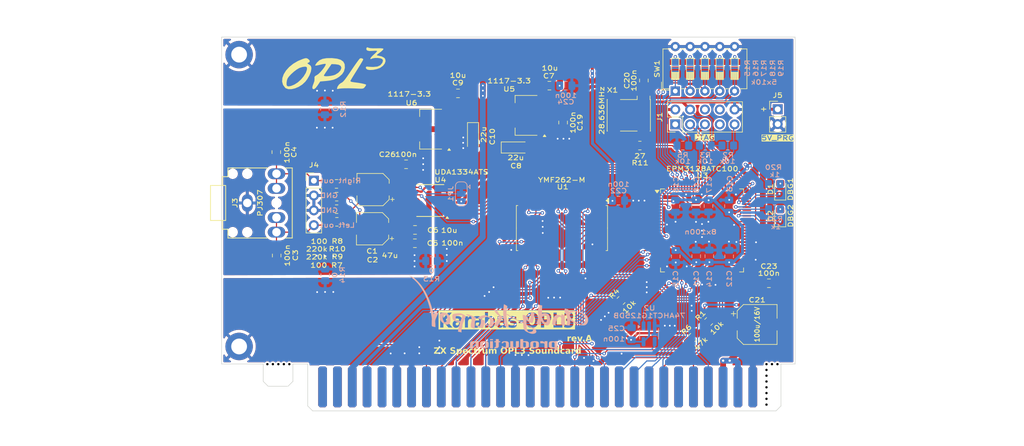
<source format=kicad_pcb>
(kicad_pcb (version 20241229) (generator "pcbnew") (generator_version "9.0")
  (title_block (title "Karabas-OPL3") (date "2025-07-25") (rev "A") (company "Andy Karpov") (comment 2 "Thickness: 1.6mm") (comment 3 "Layers: 2") (comment 4 "Dimensions: 170x64mm") (comment 5 "Min clearance: 0.2mm") (comment 6 "Min track: 0.2mm") (comment 7 "Min hole: 0.3mm") (comment 8 "Min annular ring: 0.15mm"))
  (layers (0 "F.Cu" signal) (2 "B.Cu" signal) (13 "F.Paste" user) (15 "B.Paste" user) (5 "F.SilkS" user "F.Silkscreen") (7 "B.SilkS" user "B.Silkscreen") (1 "F.Mask" user) (3 "B.Mask" user) (25 "Edge.Cuts" user))
  (net 0 "")
  (net 1 "GND")
  (net 2 "+5V")
  (net 3 "+3V3")
  (net 4 "+3V3A")
  (net 5 "/DAC_R")
  (net 6 "/DAC_L")
  (net 43 "DAC_STD")
  (net 50 "SND_L")
  (net 51 "SND_R")
  (net 52 "Net-(X1-OUT)")
  (net 53 "CLK28")
  (net 54 "TMS")
  (net 55 "TDI")
  (net 56 "TDO")
  (net 57 "TCK")
  (net 58 "D4")
  (net 59 "~{WR}")
  (net 60 "A6")
  (net 61 "A2")
  (net 62 "A3")
  (net 63 "A8")
  (net 64 "~{IORQ}")
  (net 65 "A4")
  (net 66 "A9")
  (net 67 "D5")
  (net 68 "D7")
  (net 69 "D3")
  (net 70 "D6")
  (net 71 "~{IODOS}")
  (net 72 "~{M1}")
  (net 73 "D0")
  (net 74 "D2")
  (net 75 "A1")
  (net 76 "A5")
  (net 77 "~{DOS}")
  (net 78 "A7")
  (net 79 "D1")
  (net 80 "~{RST}")
  (net 81 "A0")
  (net 82 "~{RD}")
  (net 83 "CFG0")
  (net 84 "CFG1")
  (net 85 "CFG2")
  (net 86 "CFG3")
  (net 87 "CFG4")
  (net 88 "DAC_DAT")
  (net 89 "DAC_LRCK")
  (net 90 "DAC_BCK")
  (net 91 "YM_DATA")
  (net 92 "YM_A0")
  (net 93 "CLK14")
  (net 94 "YM_A1")
  (net 95 "YM_SMP1")
  (net 96 "~{YM_CS}")
  (net 97 "YM_DCLK")
  (net 98 "YM_SMP2")
  (net 99 "~{IORQGE}")
  (net 100 "GNDA")
  (net 101 "Net-(C1-Pad2)")
  (net 102 "Net-(C2-Pad2)")
  (net 103 "Net-(U4-Vref(DAC))")
  (net 112 "~{WAIT}")
  (net 113 "A15")
  (net 114 "A11")
  (net 115 "A12")
  (net 116 "A13")
  (net 117 "~{MREQ}")
  (net 118 "A14")
  (net 119 "A10")
  (net 127 "Net-(J2-Pin_a13)")
  (net 133 "Net-(JP1-C)")
  (net 137 "+12V")
  (net 138 "LED1")
  (net 139 "Net-(D1-A)")
  (net 140 "LED2")
  (net 141 "Net-(D2-A)")
  (footprint "Capacitor_SMD:C_0805_2012Metric_Pad1.18x1.45mm_HandSolder" (layer "F.Cu") (at 185.115 113.74948 180)
    (property "Reference" "C23")
    (property "Value" "100n")
  )
  (footprint "my:Oscillator_SMD_7050_7.0x5.0mm" (layer "F.Cu") (at 161.12 84.99 180)
    (property "Reference" "X1")
    (property "Value" "28.636MHz")
  )
  (footprint "Connector_PinHeader_2.54mm:PinHeader_2x05_P2.54mm_Vertical" (layer "F.Cu") (at 169.08 86.54 90)
    (property "Reference" "J1")
    (property "Value" "Conn_02x05_Odd_Even" (hide yes))
  )
  (footprint "Capacitor_SMD:CP_Elec_6.3x7.7" (layer "F.Cu") (at 183.1 120.81)
    (property "Reference" "C21")
    (property "Value" "100u/16V")
  )
  (footprint "Package_TO_SOT_SMD:SOT-223-3_TabPin2" (layer "F.Cu") (at 143.57 85.0025 180)
    (property "Reference" "U5")
    (property "Value" "1117-3.3")
  )
  (footprint "LED_SMD:LED_0805_2012Metric_Pad1.15x1.40mm_HandSolder" (layer "F.Cu") (at 187.05 102.22 90)
    (property "Reference" "D2")
    (property "Value" "DBG2")
  )
  (footprint "Resistor_SMD:R_0805_2012Metric_Pad1.20x1.40mm_HandSolder" (layer "F.Cu") (at 111.07 96.74 180)
    (property "Reference" "R8")
    (property "Value" "100")
  )
  (footprint "Capacitor_SMD:C_0805_2012Metric_Pad1.18x1.45mm_HandSolder" (layer "F.Cu") (at 100.77 91.29 90)
    (property "Reference" "C4")
    (property "Value" "100n")
  )
  (footprint "Resistor_SMD:R_0805_2012Metric_Pad1.20x1.40mm_HandSolder" (layer "F.Cu") (at 163.02 90.17 180)
    (property "Reference" "R11")
    (property "Value" "27")
  )
  (footprint "footprints:opl3" (layer "F.Cu") (at 113.157583 77.914426)
    (property "Reference" "LOGO1" (hide yes))
    (property "Value" "graphic" (hide yes))
  )
  (footprint "MountingHole:MountingHole_2.7mm_M2.5_DIN965_Pad" (layer "F.Cu") (at 94.4 74.6)
    (property "Reference" "H2" (hide yes))
    (property "Value" "MountingHole_Pad" (hide yes))
  )
  (footprint "my:NPTH_D=0.4mm" (layer "F.Cu") (at 101.12 127.6)
    (property "Reference" "REF**" (hide yes))
    (property "Value" "" (hide yes))
  )
  (footprint "my:NPTH_D=0.4mm" (layer "F.Cu") (at 185.640001 127.600001)
    (property "Reference" "REF**8" (hide yes))
    (property "Value" "" (hide yes))
  )
  (footprint "Connector_PinHeader_2.54mm:PinHeader_1x04_P2.54mm_Vertical" (layer "F.Cu") (at 107.2 96.185)
    (property "Reference" "J4")
    (property "Value" "Conn_01x04")
  )
  (footprint "Capacitor_SMD:CP_Elec_5x5.9" (layer "F.Cu") (at 117.25 104.42 180)
    (property "Reference" "C2")
    (property "Value" "47u")
  )
  (footprint "my:NPTH_D=0.4mm" (layer "F.Cu") (at 100.18 127.6)
    (property "Reference" "REF**8" (hide yes))
    (property "Value" "" (hide yes))
  )
  (footprint "Connector_PinHeader_2.54mm:PinHeader_1x02_P2.54mm_Vertical" (layer "F.Cu") (at 186.62 83.955)
    (property "Reference" "J5")
    (property "Value" "5V_PRG")
  )
  (footprint "Capacitor_SMD:CP_Elec_5x5.9" (layer "F.Cu") (at 117.34 97.71 180)
    (property "Reference" "C1")
    (property "Value" "47u")
  )
  (footprint "my:NPTH_D=0.4mm" (layer "F.Cu") (at 103 127.6)
    (property "Reference" "REF**9" (hide yes))
    (property "Value" "" (hide yes))
  )
  (footprint "Package_SO:SOIC-24W_7.5x15.4mm_P1.27mm" (layer "F.Cu") (at 149.675 104.3 -90)
    (property "Reference" "U1")
    (property "Value" "YMF262-M")
  )
  (footprint "my:NPTH_D=0.4mm" (layer "F.Cu") (at 184.700001 133.540001)
    (property "Reference" "REF**6" (hide yes))
    (property "Value" "" (hide yes))
  )
  (footprint "Package_SO:SSOP-16_4.4x5.2mm_P0.65mm" (layer "F.Cu") (at 127.13 99.5825 180)
    (property "Reference" "U4")
    (property "Value" "UDA1334ATS")
  )
  (footprint "Capacitor_Tantalum_SMD:CP_EIA-3216-18_Kemet-A_HandSolder" (layer "F.Cu") (at 134.46 88.74 -90)
    (property "Reference" "C10")
    (property "Value" "22u")
  )
  (footprint "Button_Switch_THT:SW_DIP_SPSTx05_Slide_6.7x14.26mm_W7.62mm_P2.54mm_LowProfile" (layer "F.Cu") (at 169.08 80.84 90)
    (property "Reference" "SW1")
    (property "Value" "SW_DIP_x05")
  )
  (footprint "Capacitor_SMD:C_0805_2012Metric_Pad1.18x1.45mm_HandSolder" (layer "F.Cu") (at 149.87 86.23 90)
    (property "Reference" "C19")
    (property "Value" "100n")
  )
  (footprint "Resistor_SMD:R_0805_2012Metric_Pad1.20x1.40mm_HandSolder" (layer "F.Cu") (at 172.092893 123.007107 -135)
    (property "Reference" "R6")
    (property "Value" "47k")
  )
  (footprint "Capacitor_SMD:C_0805_2012Metric_Pad1.18x1.45mm_HandSolder" (layer "F.Cu") (at 100.83 109 -90)
    (property "Reference" "C3")
    (property "Value" "100n")
  )
  (footprint "Resistor_SMD:R_0805_2012Metric_Pad1.20x1.40mm_HandSolder" (layer "F.Cu") (at 174.8 120.3 45)
    (property "Reference" "R1")
    (property "Value" "10k")
  )
  (footprint "Capacitor_SMD:C_0805_2012Metric_Pad1.18x1.45mm_HandSolder" (layer "F.Cu") (at 163.71 79.03 -90)
    (property "Reference" "C20")
    (property "Value" "100n")
  )
  (footprint "my:NPTH_D=0.4mm" (layer "F.Cu") (at 186.580001 127.600001)
    (property "Reference" "REF**9" (hide yes))
    (property "Value" "" (hide yes))
  )
  (footprint "Resistor_SMD:R_0805_2012Metric_Pad1.20x1.40mm_HandSolder" (layer "F.Cu") (at 111.11 98.92)
    (property "Reference" "R10")
    (property "Value" "220k")
  )
  (footprint "Capacitor_SMD:C_0805_2012Metric_Pad1.18x1.45mm_HandSolder" (layer "F.Cu") (at 122.99 93.38 180)
    (property "Reference" "C26")
    (property "Value" "100n")
  )
  (footprint "my:NPTH_D=0.4mm" (layer "F.Cu") (at 184.700001 127.600001)
    (property "Reference" "REF**" (hide yes))
    (property "Value" "" (hide yes))
  )
  (footprint "Resistor_SMD:R_0805_2012Metric_Pad1.20x1.40mm_HandSolder" (layer "F.Cu") (at 159.8 116.7 45)
    (property "Reference" "R4")
    (property "Value" "10k")
  )
  (footprint "Package_TO_SOT_SMD:SOT-223-3_TabPin2" (layer "F.Cu") (at 127.23 87.3625 180)
    (property "Reference" "U6")
    (property "Value" "1117-3.3")
  )
  (footprint "LED_SMD:LED_0805_2012Metric_Pad1.15x1.40mm_HandSolder" (layer "F.Cu") (at 187.05 97.64 90)
    (property "Reference" "D1")
    (property "Value" "DBG1")
  )
  (footprint "my:NPTH_D=0.4mm" (layer "F.Cu") (at 184.700001 134.530001)
    (property "Reference" "REF**7" (hide yes))
    (property "Value" "" (hide yes))
  )
  (footprint "Capacitor_SMD:C_0805_2012Metric_Pad1.18x1.45mm_HandSolder" (layer "F.Cu") (at 124.5 106.9)
    (property "Reference" "C5")
    (property "Value" "100n")
  )
  (footprint "my:NPTH_D=0.4mm" (layer "F.Cu") (at 99.24 127.6)
    (property "Reference" "REF**" (hide yes))
    (property "Value" "" (hide yes))
  )
  (footprint "Capacitor_SMD:C_0805_2012Metric_Pad1.18x1.45mm_HandSolder" (layer "F.Cu") (at 131.88 81.24)
    (property "Reference" "C9")
    (property "Value" "10u")
  )
  (footprint "Package_QFP:TQFP-100_14x14mm_P0.5mm" (layer "F.Cu") (at 173.67 104.6975)
    (property "Reference" "U3")
    (property "Value" "EPM3128ATC100")
  )
  (footprint "Capacitor_SMD:C_0805_2012Metric_Pad1.18x1.45mm_HandSolder" (layer "F.Cu") (at 147.53 79.91 180)
    (property "Reference" "C7")
    (property "Value" "10u")
  )
  (footprint "Resistor_SMD:R_0805_2012Metric_Pad1.20x1.40mm_HandSolder" (layer "F.Cu") (at 111.1 101.06)
    (property "Reference" "R9")
    (property "Value" "220k")
  )
  (footprint "my:NPTH_D=0.4mm" (layer "F.Cu") (at 184.700001 131.560001)
    (property "Reference" "REF**4" (hide yes))
    (property "Value" "" (hide yes))
  )
  (footprint "Capacitor_Tantalum_SMD:CP_EIA-3216-18_Kemet-A_HandSolder" (layer "F.Cu") (at 141.78 90.5)
    (property "Reference" "C8")
    (property "Value" "22u")
  )
  (footprint "my:PJ-307" (layer "F.Cu") (at 95.8 100 90)
    (property "Reference" "J3")
    (property "Value" "PJ307")
  )
  (footprint "my:NPTH_D=0.4mm" (layer "F.Cu") (at 184.700001 130.570001)
    (property "Reference" "REF**3" (hide yes))
    (property "Value" "" (hide yes))
  )
  (footprint "my:NPTH_D=0.4mm" (layer "F.Cu") (at 184.700001 128.590001)
    (property "Reference" "REF**1" (hide yes))
    (property "Value" "" (hide yes))
  )
  (footprint "my:NPTH_D=0.4mm" (layer "F.Cu") (at 184.700001 129.580001)
    (property "Reference" "REF**2" (hide yes))
    (property "Value" "" (hide yes))
  )
  (footprint "my:ZX_NEMO_60_EDGE" (layer "F.Cu") (at 106.15 127.56)
    (property "Reference" "J2" (hide yes))
    (property "Value" "Conn_02x30_Row_Letter_First" (hide yes))
  )
  (footprint "my:NPTH_D=0.4mm" (layer "F.Cu") (at 184.700001 132.550001)
    (property "Reference" "REF**5" (hide yes))
    (property "Value" "" (hide yes))
  )
  (footprint "my:NPTH_D=0.4mm" (layer "F.Cu") (at 102.06 127.6)
    (property "Reference" "REF**8" (hide yes))
    (property "Value" "" (hide yes))
  )
  (footprint "Resistor_SMD:R_0805_2012Metric_Pad1.20x1.40mm_HandSolder" (layer "F.Cu") (at 111.14 103.23 180)
    (property "Reference" "R7")
    (property "Value" "100")
  )
  (footprint "MountingHole:MountingHole_2.7mm_M2.5_DIN965_Pad" (layer "F.Cu") (at 94.4 124.57)
    (property "Reference" "H1" (hide yes))
    (property "Value" "MountingHole_Pad" (hide yes))
  )
  (footprint "Capacitor_SMD:C_0805_2012Metric_Pad1.18x1.45mm_HandSolder" (layer "F.Cu") (at 124.52 104.62)
    (property "Reference" "C6")
    (property "Value" "10u")
  )
  (footprint "Capacitor_SMD:C_0805_2012Metric_Pad1.18x1.45mm_HandSolder" (layer "B.Cu") (at 150.34 79.92 180)
    (property "Reference" "C24")
    (property "Value" "100n")
  )
  (footprint "Capacitor_SMD:C_0805_2012Metric_Pad1.18x1.45mm_HandSolder" (layer "B.Cu") (at 172.67 109.11 90)
    (property "Reference" "C11")
    (property "Value" "100n")
  )
  (footprint "Capacitor_SMD:C_0805_2012Metric_Pad1.18x1.45mm_HandSolder" (layer "B.Cu") (at 178.28 100.5375 90)
    (property "Reference" "C13")
    (property "Value" "100n")
  )
  (footprint "Capacitor_SMD:C_0805_2012Metric_Pad1.18x1.45mm_HandSolder" (layer "B.Cu") (at 174.91 109.11 90)
    (property "Reference" "C14")
    (property "Value" "100n")
  )
  (footprint "Capacitor_SMD:C_0805_2012Metric_Pad1.18x1.45mm_HandSolder" (layer "B.Cu") (at 169.16 109.15 -90)
    (property "Reference" "C15")
    (property "Value" "100n")
  )
  (footprint "Capacitor_SMD:C_0805_2012Metric_Pad1.18x1.45mm_HandSolder" (layer "B.Cu") (at 172.63 100.51 -90)
    (property "Reference" "C18")
    (property "Value" "100n")
  )
  (footprint "Capacitor_SMD:C_0805_2012Metric_Pad1.18x1.45mm_HandSolder" (layer "B.Cu") (at 174.77 100.51 -90)
    (property "Reference" "C17")
    (property "Value" "100n")
  )
  (footprint "footprints:andy_karpov_logo4_silk" (layer "B.Cu") (at 138.83 118.85 180)
    (property "Reference" "LOGO2" (hide yes))
    (property "Value" "graphic" (hide yes))
  )
  (footprint "Resistor_SMD:R_0805_2012Metric_Pad1.20x1.40mm_HandSolder" (layer "B.Cu") (at 174.22 90.17)
    (property "Reference" "R3")
    (property "Value" "10k")
  )
  (footprint "Resistor_SMD:R_0805_2012Metric_Pad1.20x1.40mm_HandSolder" (layer "B.Cu") (at 170.37 90.17 180)
    (property "Reference" "R5")
    (property "Value" "10k")
  )
  (footprint "Capacitor_SMD:C_0805_2012Metric_Pad1.18x1.45mm_HandSolder" (layer "B.Cu") (at 159.36 99.6 180)
    (property "Reference" "C22")
    (property "Value" "100n")
  )
  (footprint "Resistor_SMD:R_0805_2012Metric_Pad1.20x1.40mm_HandSolder" (layer "B.Cu") (at 169.09 76.92 -90)
    (property "Reference" "R15")
    (property "Value" "10k")
  )
  (footprint "Resistor_SMD:R_0805_2012Metric_Pad1.20x1.40mm_HandSolder" (layer "B.Cu") (at 171.63 76.92 -90)
    (property "Reference" "R16")
    (property "Value" "10k")
  )
  (footprint "Resistor_SMD:R_0805_2012Metric_Pad1.20x1.40mm_HandSolder" (layer "B.Cu") (at 174.17 76.92 -90)
    (property "Reference" "R17")
    (property "Value" "10k")
  )
  (footprint "Resistor_SMD:R_0805_2012Metric_Pad1.20x1.40mm_HandSolder" (layer "B.Cu") (at 178.07 90.17 180)
    (property "Reference" "R2")
    (property "Value" "10k")
  )
  (footprint "Capacitor_SMD:C_0805_2012Metric_Pad1.18x1.45mm_HandSolder" (layer "B.Cu") (at 178.31 109.14 90)
    (property "Reference" "C12")
    (property "Value" "100n")
  )
  (footprint "Capacitor_SMD:C_0805_2012Metric_Pad1.18x1.45mm_HandSolder" (layer "B.Cu") (at 169.11 100.55 -90)
    (property "Reference" "C16")
    (property "Value" "100n")
  )
  (footprint "Resistor_SMD:R_0805_2012Metric_Pad1.20x1.40mm_HandSolder" (layer "B.Cu") (at 186.07 101.07)
    (property "Reference" "R21")
    (property "Value" "1k")
  )
  (footprint "Resistor_SMD:R_0805_2012Metric_Pad1.20x1.40mm_HandSolder" (layer "B.Cu") (at 179.26 76.92 -90)
    (property "Reference" "R19")
    (property "Value" "10k")
  )
  (footprint "Capacitor_SMD:C_0805_2012Metric_Pad1.18x1.45mm_HandSolder" (layer "B.Cu") (at 161.6 122.4 -90)
    (property "Reference" "C25")
    (property "Value" "100n")
  )
  (footprint "Jumper:SolderJumper-3_P1.3mm_Bridged12_RoundedPad1.0x1.5mm" (layer "B.Cu") (at 132.4475 98.43 -90)
    (property "Reference" "JP1")
    (property "Value" "SolderJumper_3_Bridged12")
  )
  (footprint "Resistor_SMD:R_0805_2012Metric_Pad1.20x1.40mm_HandSolder" (layer "B.Cu") (at 127.353774 109.94)
    (property "Reference" "R13")
    (property "Value" "0")
  )
  (footprint "Resistor_SMD:R_0805_2012Metric_Pad1.20x1.40mm_HandSolder" (layer "B.Cu") (at 109.14 112.32 -90)
    (property "Reference" "R14")
    (property "Value" "0")
  )
  (footprint "Resistor_SMD:R_0805_2012Metric_Pad1.20x1.40mm_HandSolder" (layer "B.Cu") (at 109.09 83.89 90)
    (property "Reference" "R12")
    (property "Value" "0")
  )
  (footprint "Package_TO_SOT_SMD:SOT-23-5_HandSoldering" (layer "B.Cu") (at 164.6 122.4 -90)
    (property "Reference" "U2")
    (property "Value" "74AHCT1G125DB")
  )
  (footprint "Resistor_SMD:R_0805_2012Metric_Pad1.20x1.40mm_HandSolder" (layer "B.Cu") (at 176.71 76.92 -90)
    (property "Reference" "R18")
    (property "Value" "10k")
  )
  (footprint "Resistor_SMD:R_0805_2012Metric_Pad1.20x1.40mm_HandSolder" (layer "B.Cu") (at 186.03 96.76)
    (property "Reference" "R20")
    (property "Value" "1k")
  )
  (gr_line (start 91.4 127.57) (end 91.4 71.6) (stroke (width 0.1)) (layer "Edge.Cuts"))
  (gr_line (start 106.99 135.6) (end 186.34 135.6) (stroke (width 0.1)) (layer "Edge.Cuts"))
  (gr_line (start 106.15 127.57) (end 106.15 134.76) (stroke (width 0.1)) (layer "Edge.Cuts"))
  (gr_line (start 99.37 131.385) (end 98.53 130.545) (stroke (width 0.1)) (layer "Edge.Cuts"))
  (gr_line (start 98.53 130.545) (end 98.53 127.57) (stroke (width 0.1)) (layer "Edge.Cuts"))
  (gr_line (start 189.6 127.57) (end 189.6 71.6) (stroke (width 0.1)) (layer "Edge.Cuts"))
  (gr_line (start 189.6 127.57) (end 187.18 127.57) (stroke (width 0.1)) (layer "Edge.Cuts"))
  (gr_line (start 187.18 127.57) (end 187.18 134.76) (stroke (width 0.1)) (layer "Edge.Cuts"))
  (gr_line (start 106.15 134.76) (end 106.99 135.6) (stroke (width 0.1)) (layer "Edge.Cuts"))
  (gr_line (start 103.61 127.57) (end 103.61 130.545) (stroke (width 0.1)) (layer "Edge.Cuts"))
  (gr_line (start 102.77 131.385) (end 103.61 130.545) (stroke (width 0.1)) (layer "Edge.Cuts"))
  (gr_line (start 91.4 71.6) (end 189.6 71.6) (stroke (width 0.1)) (layer "Edge.Cuts"))
  (gr_line (start 106.15 127.57) (end 103.61 127.57) (stroke (width 0.1)) (layer "Edge.Cuts"))
  (gr_line (start 102.77 131.385) (end 99.37 131.385) (stroke (width 0.1)) (layer "Edge.Cuts"))
  (gr_line (start 187.18 134.76) (end 186.34 135.6) (stroke (width 0.1)) (layer "Edge.Cuts"))
  (gr_line (start 91.4 127.57) (end 98.53 127.57) (stroke (width 0.1)) (layer "Edge.Cuts"))
  (gr_text "ZX Spectrum OPL3 Soundcard" (at 140.36 125.37 0) (layer "F.SilkS") (effects (font (size 1.07 1.07) (thickness 0.214) (bold yes))))
  (gr_text "+" (at 183.5 84.35 0) (layer "F.SilkS") (effects (font (size 0.8 1) (thickness 0.15) (bold yes)) (justify left bottom)))
  (gr_text "rev.${REVISION}" (at 152.68 123.25 0) (layer "F.SilkS") (effects (font (size 1.07 1.07) (thickness 0.214) (bold yes))))
  (gr_text "Karabas-OPL3" (at 140.22 120.29 0) (layer "F.SilkS" knockout) (effects (font (size 2.5 2.1) (thickness 0.42) (bold yes))))
  (gr_text "8x100n" (at 173.405 104.97 0) (layer "B.SilkS") (effects (font (size 0.8 1)) (justify mirror)))
  (segment (start 128.86 98.24) (end 128.86 97.95) (width 0.2) (layer "F.Cu") (net 1))
  (segment (start 178.5925 99.1975) (end 178.32 99.47) (width 0.2) (layer "F.Cu") (net 1))
  (segment (start 128.86 97.95) (end 128.86 97.3575) (width 0.2) (layer "F.Cu") (net 1))
  (segment (start 128.81 97.3075) (end 126.4225 97.3075) (width 0.2) (layer "F.Cu") (net 1))
  (segment (start 174.67 97.806324) (end 173.946324 98.53) (width 0.2) (layer "F.Cu") (net 1))
  (segment (start 125.1975 97.9575) (end 124.23 97.9575) (width 0.2) (layer "F.Cu") (net 1))
  (segment (start 130.03 97.3075) (end 128.81 97.3075) (width 0.2) (layer "F.Cu") (net 1))
  (segment (start 173.946324 98.53) (end 173.61 98.53) (width 0.2) (layer "F.Cu") (net 1))
  (segment (start 130.03 97.9575) (end 128.8675 97.9575) (width 0.2) (layer "F.Cu") (net 1))
  (segment (start 130.03 98.6075) (end 128.86 98.6075) (width 0.2) (layer "F.Cu") (net 1))
  (segment (start 182.355 127.32) (end 182.355 131.35) (width 1) (layer "F.Cu") (net 1))
  (segment (start 170.913676 98.55) (end 170.93 98.55) (width 0.2) (layer "F.Cu") (net 1))
  (segment (start 125.77 97.96) (end 125.2 97.96) (width 0.2) (layer "F.Cu") (net 1))
  (segment (start 130.03 99.2575) (end 129.0775 99.2575) (width 0.2) (layer "F.Cu") (net 1))
  (segment (start 128.86 98.6075) (end 128.86 98.24) (width 0.2) (layer "F.Cu") (net 1))
  (segment (start 170.17 97.035) (end 170.17 97.806324) (width 0.2) (layer "F.Cu") (net 1))
  (segment (start 128.85 99.03) (end 128.86 99.02) (width 0.2) (layer "F.Cu") (net 1))
  (segment (start 128.8675 97.9575) (end 128.86 97.95) (width 0.2) (layer "F.Cu") (net 1))
  (segment (start 170.17 97.806324) (end 170.913676 98.55) (width 0.2) (layer "F.Cu") (net 1))
  (segment (start 128.86 97.3575) (end 128.81 97.3075) (width 0.2) (layer "F.Cu") (net 1))
  (segment (start 181.3325 99.1975) (end 178.5925 99.1975) (width 0.2) (layer "F.Cu") (net 1))
  (segment (start 174.67 97.035) (end 174.67 97.806324) (width 0.2) (layer "F.Cu") (net 1))
  (segment (start 129.0775 99.2575) (end 128.85 99.03) (width 0.2) (layer "F.Cu") (net 1))
  (segment (start 125.2 97.96) (end 125.1975 97.9575) (width 0.2) (layer "F.Cu") (net 1))
  (segment (start 126.4225 97.3075) (end 125.77 97.96) (width 0.2) (layer "F.Cu") (net 1))
  (segment (start 128.86 99.02) (end 128.86 98.24) (width 0.2) (layer "F.Cu") (net 1))
  (via (at 167.29 121.01) (size 0.6) (drill 0.3) (layers "F.Cu" "B.Cu") (net 1))
  (via (at 128.69 124.68) (size 0.6) (drill 0.3) (layers "F.Cu" "B.Cu") (net 1))
  (via (at 174.86 106.62) (size 0.6) (drill 0.3) (layers "F.Cu" "B.Cu") (net 1))
  (via (at 109.09 80.75) (size 0.6) (drill 0.3) (layers "F.Cu" "B.Cu") (net 1))
  (via (at 178.28 106.62) (size 0.6) (drill 0.3) (layers "F.Cu" "B.Cu") (net 1))
  (via (at 107.75 80.78) (size 0.6) (drill 0.3) (layers "F.Cu" "B.Cu") (net 1))
  (via (at 128.69 123.57) (size 0.6) (drill 0.3) (layers "F.Cu" "B.Cu") (net 1))
  (via (at 168.99 121.02) (size 0.6) (drill 0.3) (layers "F.Cu" "B.Cu") (net 1))
  (via (at 137.97 114.43) (size 0.6) (drill 0.3) (layers "F.Cu" "B.Cu") (net 1))
  (via (at 120.35 125.77) (size 0.6) (drill 0.3) (layers "F.Cu" "B.Cu") (net 1))
  (via (at 136.43 115.92) (size 0.6) (drill 0.3) (layers "F.Cu" "B.Cu") (net 1))
  (via (at 168.15 121.01) (size 0.6) (drill 0.3) (layers "F.Cu" "B.Cu") (net 1))
  (via (at 182.85 109.72) (size 0.6) (drill 0.3) (layers "F.Cu" "B.Cu") (net 1))
  (via (at 141 108.04) (size 0.6) (drill 0.3) (layers "F.Cu" "B.Cu") (net 1))
  (via (at 161.89 99.6) (size 0.6) (drill 0.3) (layers "F.Cu" "B.Cu") (net 1))
  (via (at 162.83 99.6) (size 0.6) (drill 0.3) (layers "F.Cu" "B.Cu") (net 1))
  (via (at 173.65 104.74) (size 0.6) (drill 0.3) (layers "F.Cu" "B.Cu") (net 1))
  (via (at 142.82 126.03) (size 0.6) (drill 0.3) (layers "F.Cu" "B.Cu") (net 1))
  (via (at 157.02 119.42) (size 0.6) (drill 0.3) (layers "F.Cu" "B.Cu") (net 1))
  (via (at 149.37 116.2) (size 0.6) (drill 0.3) (layers "F.Cu" "B.Cu") (net 1))
  (via (at 147.33 116.23) (size 0.6) (drill 0.3) (layers "F.Cu" "B.Cu") (net 1))
  (via (at 149.94 89) (size 0.6) (drill 0.3) (layers "F.Cu" "B.Cu") (net 1))
  (via (at 129.96 107.86) (size 0.6) (drill 0.3) (layers "F.Cu" "B.Cu") (net 1))
  (via (at 173.68 113.97) (size 0.6) (drill 0.3) (layers "F.Cu" "B.Cu") (net 1))
  (via (at 154.9 107.09) (size 0.6) (drill 0.3) (layers "F.Cu" "B.Cu") (net 1))
  (via (at 178.32 99.47) (size 0.6) (drill 0.3) (layers "F.Cu" "B.Cu") (net 1))
  (via (at 143.95 126.06) (size 0.6) (drill 0.3) (layers "F.Cu" "B.Cu") (net 1))
  (via (at 167.67 110.87) (size 0.6) (drill 0.3) (layers "F.Cu" "B.Cu") (net 1))
  (via (at 179.55 106.68) (size 0.6) (drill 0.3) (layers "F.Cu" "B.Cu") (net 1))
  (via (at 171.9 118.47) (size 0.6) (drill 0.3) (layers "F.Cu" "B.Cu") (net 1))
  (via (at 164.2 114.42) (size 0.6) (drill 0.3) (layers "F.Cu" "B.Cu") (net 1))
  (via (at 110.43 80.78) (size 0.6) (drill 0.3) (layers "F.Cu" "B.Cu") (net 1))
  (via (at 132.76 89.7) (size 0.6) (drill 0.3) (layers "F.Cu" "B.Cu") (net 1))
  (via (at 146.38 104.09) (size 0.6) (drill 0.3) (layers "F.Cu" "B.Cu") (net 1))
  (via (at 170.93 98.55) (size 0.6) (drill 0.3) (layers "F.Cu" "B.Cu") (net 1))
  (via (at 172.63 103.24) (size 0.6) (drill 0.3) (layers "F.Cu" "B.Cu") (net 1))
  (via (at 132.78 90.61) (size 0.6) (drill 0.3) (layers "F.Cu" "B.Cu") (net 1))
  (via (at 137.21 115.24) (size 0.6) (drill 0.3) (layers "F.Cu" "B.Cu") (net 1))
  (via (at 174.75 103.22) (size 0.6) (drill 0.3) (layers "F.Cu" "B.Cu") (net 1))
  (via (at 150.93 89) (size 0.6) (drill 0.3) (layers "F.Cu" "B.Cu") (net 1))
  (via (at 109.12 115.24) (size 0.6) (drill 0.3) (layers "F.Cu" "B.Cu") (net 1))
  (via (at 153.46 126.53) (size 0.6) (drill 0.3) (layers "F.Cu" "B.Cu") (net 1))
  (via (at 146.36 103.09) (size 0.6) (drill 0.3) (layers "F.Cu" "B.Cu") (net 1))
  (via (at 174.51 92.08) (size 0.6) (drill 0.3) (layers "F.Cu" "B.Cu") (net 1))
  (via (at 146.39 105.14) (size 0.6) (drill 0.3) (layers "F.Cu" "B.Cu") (net 1))
  (via (at 169.13 103.22) (size 0.6) (drill 0.3) (layers "F.Cu" "B.Cu") (net 1))
  (via (at 167.66 103.7) (size 0.6) (drill 0.3) (layers "F.Cu" "B.Cu") (net 1))
  (via (at 172.58 106.65) (size 0.6) (drill 0.3) (layers "F.Cu" "B.Cu") (net 1))
  (via (at 125.25 125.75) (size 0.6) (drill 0.3) (layers "F.Cu" "B.Cu") (net 1))
  (via (at 156.37 120.03) (size 0.6) (drill 0.3) (layers "F.Cu" "B.Cu") (net 1))
  (via (at 129.96 109.94) (size 0.6) (drill 0.3) (layers "F.Cu" "B.Cu") (net 1))
  (via (at 171.88 117.58) (size 0.6) (drill 0.3) (layers "F.Cu" "B.Cu") (net 1))
  (via (at 132.78 88.79) (size 0.6) (drill 0.3) (layers "F.Cu" "B.Cu") (net 1))
  (via (at 148.33 116.2) (size 0.6) (drill 0.3) (layers "F.Cu" "B.Cu") (net 1))
  (via (at 148.94 89) (size 0.6) (drill 0.3) (layers "F.Cu" "B.Cu") (net 1))
  (via (at 169.16 110.1875) (size 0.6) (drill 0.3) (layers "F.Cu" "B.Cu") (net 1))
  (via (at 174.51 93.04) (size 0.6) (drill 0.3) (layers "F.Cu" "B.Cu") (net 1))
  (via (at 179.47 98.54) (size 0.6) (drill 0.3) (layers "F.Cu" "B.Cu") (net 1))
  (via (at 164.19 113.55) (size 0.6) (drill 0.3) (layers "F.Cu" "B.Cu") (net 1))
  (via (at 141.72 126.03) (size 0.6) (drill 0.3) (layers "F.Cu" "B.Cu") (net 1))
  (via (at 125.25 124.69) (size 0.6) (drill 0.3) (layers "F.Cu" "B.Cu") (net 1))
  (via (at 122.74 125.75) (size 0.6) (drill 0.3) (layers "F.Cu" "B.Cu") (net 1))
  (via (at 129.96 108.91) (size 0.6) (drill 0.3) (layers "F.Cu" "B.Cu") (net 1))
  (via (at 163.81 99.6) (size 0.6) (drill 0.3) (layers "F.Cu" "B.Cu") (net 1))
  (via (at 173.66 105.84) (size 0.6) (drill 0.3) (layers "F.Cu" "B.Cu") (net 1))
  (via (at 173.61 98.53) (size 0.6) (drill 0.3) (layers "F.Cu" "B.Cu") (net 1))
  (via (at 173.66 103.61) (size 0.6) (drill 0.3) (layers "F.Cu" "B.Cu") (net 1))
  (via (at 128.69 125.72) (size 0.6) (drill 0.3) (layers "F.Cu" "B.Cu") (net 1))
  (via (at 110.53 115.24) (size 0.6) (drill 0.3) (layers "F.Cu" "B.Cu") (net 1))
  (via (at 170.42 85.17) (size 0.6) (drill 0.3) (layers "F.Cu" "B.Cu") (net 1))
  (via (at 157.66 118.8) (size 0.6) (drill 0.3) (layers "F.Cu" "B.Cu") (net 1))
  (via (at 153.710225 112.9191) (size 0.6) (drill 0.3) (layers "F.Cu" "B.Cu") (net 1))
  (via (at 171.04 110.86) (size 0.6) (drill 0.3) (layers "F.Cu" "B.Cu") (net 1))
  (via (at 107.76 115.26) (size 0.6) (drill 0.3) (layers "F.Cu" "B.Cu") (net 1))
  (via (at 179.15 103.75) (size 0.6) (drill 0.3) (layers "F.Cu" "B.Cu") (net 1))
  (via (at 159.89 125.8) (size 0.6) (drill 0.3) (layers "F.Cu" "B.Cu") (net 1))
  (via (at 182.91 106.73) (size 0.6) (drill 0.3) (layers "F.Cu" "B.Cu") (net 1))
  (via (at 164.19 115.31) (size 0.6) (drill 0.3) (layers "F.Cu" "B.Cu") (net 1))
  (via (at 155.08 127.05) (size 0.6) (drill 0.3) (layers "F.Cu" "B.Cu") (net 1))
  (via (at 175.97 114.02) (size 0.6) (drill 0.3) (layers "F.Cu" "B.Cu") (net 1))
  (segment (start 182.355 127.32) (end 182.355 131.49) (width 1) (layer "B.Cu") (net 1))
  (segment (start 178.32 99.47) (end 178.31 99.47) (width 0.2) (layer "B.Cu") (net 1))
  (segment (start 141.715 131.49) (end 141.715 127.285) (width 1) (layer "B.Cu") (net 1))
  (segment (start 178.31 99.47) (end 178.28 99.5) (width 0.2) (layer "B.Cu") (net 1))
  (segment (start 123.935 131.49) (end 123.935 127.4) (width 1) (layer "B.Cu") (net 1))
  (segment (start 121.395 131.49) (end 121.395 127.405) (width 1) (layer "B.Cu") (net 1))
  (segment (start 176.72 75.8765) (end 174.17 75.8765) (width 1) (layer "F.Cu") (net 2))
  (segment (start 174.17 75.8765) (end 171.64 75.8765) (width 1) (layer "F.Cu") (net 2))
  (segment (start 174.092893 121.007107) (end 172.8 122.3) (width 0.4) (layer "F.Cu") (net 2))
  (segment (start 158.32 99.65) (end 158.33 99.64) (width 0.5) (layer "F.Cu") (net 2))
  (segment (start 149.36 80.0625) (end 146.72 82.7025) (width 1) (layer "F.Cu") (net 2))
  (segment (start 136.14 80.76) (end 136.14 81.65) (width 1) (layer "F.Cu") (net 2))
  (segment (start 171.64 75.8765) (end 169.11 75.8765) (width 1) (layer "F.Cu") (net 2))
  (segment (start 186.62 83.955) (end 184.2625 83.955) (width 0.5) (layer "F.Cu") (net 2))
  (segment (start 159.092893 117.407107) (end 159.092893 121.022893) (width 0.4) (layer "F.Cu") (net 2))
  (segment (start 179.26 75.8465) (end 179.29 75.8765) (width 0.2) (layer "F.Cu") (net 2))
  (segment (start 184.0775 113.74948) (end 184.0775 83.77) (width 1) (layer "F.Cu") (net 2))
  (segment (start 159.092893 121.022893) (end 161.51 123.44) (width 0.4) (layer "F.Cu") (net 2))
  (segment (start 130.3175 78.3725) (end 130.3175 81.24) (width 1) (layer "F.Cu") (net 2))
  (segment (start 156.66 99.65) (end 158.32 99.65) (width 0.5) (layer "F.Cu") (net 2))
  (segment (start 149.1025 79.92) (end 149.0925 79.91) (width 0.5) (layer "F.Cu") (net 2))
  (segment (start 136.09 75.8765) (end 132.8135 75.8765) (width 1) (layer "F.Cu") (net 2))
  (segment (start 178.42 127) (end 180.4 125.02) (width 1) (layer "F.Cu") (net 2))
  (segment (start 171.64 75.01) (end 171.64 75.8765) (width 0.2) (layer "F.Cu") (net 2))
  (segment (start 174.092893 117.587107) (end 174.12 117.56) (width 0.3) (layer "F.Cu") (net 2))
  (segment (start 177.275 127) (end 177.275 131.49) (width 1) (layer "F.Cu") (net 2))
  (segment (start 136.14 75.9265) (end 136.09 75.8765) (width 1) (layer "F.Cu") (net 2))
  (segment (start 149.36 75.8765) (end 136.09 75.8765) (width 1) (layer "F.Cu") (net 2))
  (segment (start 174.17 74.98) (end 174.17 75.8765) (width 0.2) (layer "F.Cu") (net 2))
  (segment (start 154.88 78.21) (end 154.89 78.22) (width 0.5) (layer "F.Cu") (net 2))
  (segment (start 179.29 75.8765) (end 176.72 75.8765) (width 1) (layer "F.Cu") (net 2))
  (segment (start 162.65 122.3) (end 161.51 123.44) (width 0.4) (layer "F.Cu") (net 2))
  (segment (start 177.275 127) (end 178.4 127) (width 1) (layer "F.Cu") (net 2))
  (segment (start 184.0775 78.0475) (end 181.9065 75.8765) (width 1) (layer "F.Cu") (net 2))
  (segment (start 136.14 79.89) (end 136.14 80.76) (width 1) (layer "F.Cu") (net 2))
  (segment (start 154.88 75.8765) (end 149.36 75.8765) (width 1) (layer "F.Cu") (net 2))
  (segment (start 132.8135 75.8765) (end 130.3175 78.3725) (width 1) (layer "F.Cu") (net 2))
  (segment (start 149.28 79.92) (end 149.1025 79.92) (width 0.5) (layer "F.Cu") (net 2))
  (segment (start 176.69 74.98) (end 176.72 75.01) (width 0.2) (layer "F.Cu") (net 2))
  (segment (start 179.26 74.98) (end 179.26 75.8465) (width 0.2) (layer "F.Cu") (net 2))
  (segment (start 136.14 79.89) (end 136.14 75.9265) (width 1) (layer "F.Cu") (net 2))
  (segment (start 180.4 117.42698) (end 179.55 117.42698) (width 0.4) (layer "F.Cu") (net 2))
  (segment (start 169.11 75.8765) (end 154.88 75.8765) (width 1) (layer "F.Cu") (net 2))
  (segment (start 180.4 117.42698) (end 184.0775 113.74948) (width 1) (layer "F.Cu") (net 2))
  (segment (start 169.1 75.8665) (end 169.11 75.8765) (width 0.2) (layer "F.Cu") (net 2))
  (segment (start 149.36 75.8765) (end 149.36 80.0625) (width 1) (layer "F.Cu") (net 2))
  (segment (start 184.2625 83.955) (end 184.0775 83.77) (width 0.5) (layer "F.Cu") (net 2))
  (segment (start 178.4 127) (end 178.42 127) (width 1) (layer "F.Cu") (net 2))
  (segment (start 180.4 125.02) (end 180.4 120.81) (width 1) (layer "F.Cu") (net 2))
  (segment (start 180.4 120.81) (end 180.4 117.42698) (width 1) (layer "F.Cu") (net 2))
  (segment (start 184.0775 83.77) (end 184.0775 78.0475) (width 1) (layer "F.Cu") (net 2))
  (segment (start 169.1 74.98) (end 169.1 75.8665) (width 0.2) (layer "F.Cu") (net 2))
  (segment (start 154.88 77.42) (end 154.88 75.8765) (width 0.5) (layer "F.Cu") (net 2))
  (segment (start 154.88 77.42) (end 154.88 78.21) (width 0.5) (layer "F.Cu") (net 2))
  (segment (start 176.72 75.01) (end 176.72 75.8765) (width 0.2) (layer "F.Cu") (net 2))
  (segment (start 174.092893 121.007107) (end 174.092893 117.587107) (width 0.3) (layer "F.Cu") (net 2))
  (segment (start 172.8 122.3) (end 162.65 122.3) (width 0.4) (layer "F.Cu") (net 2))
  (segment (start 171.62 74.99) (end 171.64 75.01) (width 0.2) (layer "F.Cu") (net 2))
  (segment (start 130.3175 81.24) (end 130.3175 85) (width 1) (layer "F.Cu") (net 2))
  (segment (start 130.3175 85) (end 130.38 85.0625) (width 1) (layer "F.Cu") (net 2))
  (segment (start 181.9065 75.8765) (end 179.29 75.8765) (width 1) (layer "F.Cu") (net 2))
  (via (at 176.69 74.98) (size 0.6) (drill 0.3) (layers "F.Cu" "B.Cu") (net 2))
  (via (at 177.275 127) (size 0.8) (drill 0.4) (layers "F.Cu" "B.Cu") (net 2))
  (via (at 154.88 77.42) (size 0.6) (drill 0.3) (layers "F.Cu" "B.Cu") (net 2))
  (via (at 161.51 123.44) (size 0.6) (drill 0.3) (layers "F.Cu" "B.Cu") (net 2))
  (via (at 136.14 81.65) (size 0.6) (drill 0.3) (layers "F.Cu" "B.Cu") (net 2))
  (via (at 179.26 74.98) (size 0.6) (drill 0.3) (layers "F.Cu" "B.Cu") (net 2))
  (via (at 136.14 79.89) (size 0.6) (drill 0.3) (layers "F.Cu" "B.Cu") (net 2))
  (via (at 154.89 78.22) (size 0.6) (drill 0.3) (layers "F.Cu" "B.Cu") (net 2))
  (via (at 136.14 80.76) (size 0.6) (drill 0.3) (layers "F.Cu" "B.Cu") (net 2))
  (via (at 178.4 127) (size 0.8) (drill 0.4) (layers "F.Cu" "B.Cu") (net 2))
  (via (at 171.62 74.99) (size 0.6) (drill 0.3) (layers "F.Cu" "B.Cu") (net 2))
  (via (at 174.12 117.56) (size 0.6) (drill 0.3) (layers "F.Cu" "B.Cu") (net 2))
  (via (at 158.33 99.64) (size 0.6) (drill 0.3) (layers "F.Cu" "B.Cu") (net 2))
  (via (at 174.17 74.98) (size 0.6) (drill 0.3) (layers "F.Cu" "B.Cu") (net 2))
  (via (at 169.1 74.98) (size 0.6) (drill 0.3) (layers "F.Cu" "B.Cu") (net 2))
  (via (at 149.28 79.92) (size 0.6) (drill 0.3) (layers "F.Cu" "B.Cu") (net 2))
  (via (at 179.55 117.42698) (size 0.6) (drill 0.3) (layers "F.Cu" "B.Cu") (net 2))
  (segment (start 169.09 75.92) (end 169.09 74.99) (width 0.2) (layer "B.Cu") (net 2))
  (segment (start 174.17 75.92) (end 174.17 74.98) (width 0.2) (layer "B.Cu") (net 2))
  (segment (start 154.91 89.82) (end 154.91 77.45) (width 0.5) (layer "B.Cu") (net 2))
  (segment (start 179.26 75.92) (end 179.26 74.98) (width 0.2) (layer "B.Cu") (net 2))
  (segment (start 158.33 99.64) (end 158.33 93.24) (width 0.5) (layer "B.Cu") (net 2))
  (segment (start 158.33 93.24) (end 154.91 89.82) (width 0.5) (layer "B.Cu") (net 2))
  (segment (start 177.275 127) (end 179.45 127) (width 1) (layer "B.Cu") (net 2))
  (segment (start 171.63 75) (end 171.62 74.99) (width 0.2) (layer "B.Cu") (net 2))
  (segment (start 174.12 117.56) (end 174.25302 117.42698) (width 0.4) (layer "B.Cu") (net 2))
  (segment (start 136.12 79.91) (end 136.14 79.89) (width 1) (layer "B.Cu") (net 2))
  (segment (start 176.71 75.92) (end 176.71 75) (width 0.2) (layer "B.Cu") (net 2))
  (segment (start 179.815 127.365) (end 179.815 131.49) (width 1) (layer "B.Cu") (net 2))
  (segment (start 154.91 77.45) (end 154.88 77.42) (width 0.5) (layer "B.Cu") (net 2))
  (segment (start 161.5125 123.4375) (end 161.51 123.44) (width 0.2) (layer "B.Cu") (net 2))
  (segment (start 174.25302 117.42698) (end 179.55 117.42698) (width 0.4) (layer "B.Cu") (net 2))
  (segment (start 176.71 75) (end 176.69 74.98) (width 0.2) (layer "B.Cu") (net 2))
  (segment (start 164.6 121.05) (end 164.6 122.8) (width 0.3) (layer "B.Cu") (net 2))
  (segment (start 164.6 122.8) (end 163.65 123.75) (width 0.3) (layer "B.Cu") (net 2))
  (segment (start 113.775 128.155) (end 136.12 105.81) (width 1) (layer "B.Cu") (net 2))
  (segment (start 113.775 131.49) (end 113.775 128.155) (width 1) (layer "B.Cu") (net 2))
  (segment (start 169.09 74.99) (end 169.1 74.98) (width 0.2) (layer "B.Cu") (net 2))
  (segment (start 161.6 123.4375) (end 161.5125 123.4375) (width 0.2) (layer "B.Cu") (net 2))
  (segment (start 149.3025 79.92) (end 149.28 79.92) (width 0.5) (layer "B.Cu") (net 2))
  (segment (start 161.9125 123.75) (end 161.6 123.4375) (width 0.3) (layer "B.Cu") (net 2))
  (segment (start 136.12 105.81) (end 136.12 79.91) (width 1) (layer "B.Cu") (net 2))
  (segment (start 171.63 75.92) (end 171.63 75) (width 0.2) (layer "B.Cu") (net 2))
  (segment (start 163.65 123.75) (end 161.9125 123.75) (width 0.3) (layer "B.Cu") (net 2))
  (segment (start 163.71 80.0675) (end 163.71 82.84) (width 0.5) (layer "F.Cu") (net 3))
  (segment (start 181.28 93.6) (end 181.1 93.42) (width 0.5) (layer "F.Cu") (net 3))
  (segment (start 178.8475 110.6975) (end 178.31 110.16) (width 0.2) (layer "F.Cu") (net 3))
  (segment (start 163.66 82.89) (end 163.66 87.09) (width 0.5) (layer "F.Cu") (net 3))
  (segment (start 171.62 84) (end 170.319 82.699) (width 0.5) (layer "F.Cu") (net 3))
  (segment (start 171.67 112.36) (end 171.67 111.15) (width 0.2) (layer "F.Cu") (net 3))
  (segment (start 163.851 82.699) (end 163.66 82.89) (width 0.5) (layer "F.Cu") (net 3))
  (segment (start 181.3325 110.6975) (end 178.8475 110.6975) (width 0.2) (layer "F.Cu") (net 3))
  (segment (start 168.2775 107.1975) (end 169.16 108.08) (width 0.2) (layer "F.Cu") (net 3))
  (segment (start 172.17 97.035) (end 172.17 98.99) (width 0.2) (layer "F.Cu") (net 3))
  (segment (start 181.81 83.98) (end 181.85 84.02) (width 0.5) (layer "F.Cu") (net 3))
  (segment (start 132.44 99.75) (end 132.2825 99.9075) (width 0.4) (layer "F.Cu") (net 3))
  (segment (start 181.3325 103.1975) (end 179.9175 103.1975) (width 0.2) (layer "F.Cu") (net 3))
  (segment (start 181.37 93.69) (end 181.1 93.42) (width 0.5) (layer "F.Cu") (net 3))
  (segment (start 181.37 93.69) (end 181.28 93.6) (width 0.5) (layer "F.Cu") (net 3))
  (segment (start 174.17 110.89) (end 174.93 110.13) (width 0.2) (layer "F.Cu") (net 3))
  (segment (start 171.67 111.15) (end 172.68 110.14) (width 0.2) (layer "F.Cu") (net 3))
  (segment (start 181.85 93.6) (end 181.28 93.6) (width 0.5) (layer "F.Cu") (net 3))
  (segment (start 149.68 85.0025) (end 149.87 85.1925) (width 0.5) (layer "F.Cu") (net 3))
  (segment (start 140.42 85.0025) (end 146.72 85.0025) (width 0.5) (layer "F.Cu") (net 3))
  (segment (start 180.529 82.699) (end 181.81 83.98) (width 0.5) (layer "F.Cu") (net 3))
  (segment (start 146.72 85.0025) (end 149.68 85.0025) (width 0.5) (layer "F.Cu") (net 3))
  (segment (start 166.0075 107.1975) (end 168.2775 107.1975) (width 0.2) (layer "F.Cu") (net 3))
  (segment (start 132.2825 99.9075) (end 130.03 99.9075) (width 0.4) (layer "F.Cu") (net 3))
  (segment (start 140.42 85.0025) (end 140.42 85.38) (width 0.5) (layer "F.Cu") (net 3))
  (segment (start 140.3425 90.5) (end 140.3425 91.8475) (width 0.5) (layer "F.Cu") (net 3))
  (segment (start 181.46 93.6) (end 181.85 93.6) (width 0.5) (layer "F.Cu") (net 3))
  (segment (start 176.67 97.035) (end 176.67 97.806324) (width 0.2) (layer "F.Cu") (net 3))
  (segment (start 154.6225 80.0675) (end 163.71 80.0675) (width 0.5) (layer "F.Cu") (net 3))
  (segment (start 163.71 82.84) (end 163.66 82.89) (width 0.5) (layer "F.Cu") (net 3))
  (segment (start 166.0075 99.6975) (end 168.76 99.6975) (width 0.2) (layer "F.Cu") (net 3))
  (segment (start 181.37 94.11) (end 181.37 93.69) (width 0.5) (layer "F.Cu") (net 3))
  (segment (start 170.319 82.699) (end 170 82.699) (width 0.5) (layer "F.Cu") (net 3))
  (segment (start 170 82.699) (end 180.529 82.699) (width 0.5) (layer "F.Cu") (net 3))
  (segment (start 140.3425 85.4575) (end 140.3425 90.5) (width 0.5) (layer "F.Cu") (net 3))
  (segment (start 172.17 98.99) (end 172.64 99.46) (width 0.2) (layer "F.Cu") (net 3))
  (segment (start 179.9175 103.1975) (end 178.31 101.59) (width 0.2) (layer "F.Cu") (net 3))
  (segment (start 170 82.699) (end 163.851 82.699) (width 0.5) (layer "F.Cu") (net 3))
  (segment (start 181.85 84.02) (end 181.85 93.6) (width 0.5) (layer "F.Cu") (net 3))
  (segment (start 149.87 85.1925) (end 149.87 84.82) (width 0.5) (layer "F.Cu") (net 3))
  (segment (start 149.87 84.82) (end 154.6225 80.0675) (width 0.5) (layer "F.Cu") (net 3))
  (segment (start 140.42 85.38) (end 140.3425 85.4575) (width 0.5) (layer "F.Cu") (net 3))
  (segment (start 140.3425 91.8475) (end 132.44 99.75) (width 0.5) (layer "F.Cu") (net 3))
  (segment (start 176.67 97.806324) (end 174.936324 99.54) (width 0.2) (layer "F.Cu") (net 3))
  (segment (start 174.17 112.36) (end 174.17 110.89) (width 0.2) (layer "F.Cu") (net 3))
  (segment (start 174.936324 99.54) (end 174.79 99.54) (width 0.2) (layer "F.Cu") (net 3))
  (segment (start 181.37 93.69) (end 181.46 93.6) (width 0.5) (layer "F.Cu") (net 3))
  (via (at 132.44 99.75) (size 0.6) (drill 0.3) (layers "F.Cu" "B.Cu") (net 3))
  (via (at 178.31 101.59) (size 0.6) (drill 0.3) (layers "F.Cu" "B.Cu") (net 3))
  (via (at 181.1 93.42) (size 0.6) (drill 0.3) (layers "F.Cu" "B.Cu") (net 3))
  (via (at 172.64 99.46) (size 0.6) (drill 0.3) (layers "F.Cu" "B.Cu") (net 3))
  (via (at 174.79 99.54) (size 0.6) (drill 0.3) (layers "F.Cu" "B.Cu") (net 3))
  (via (at 172.68 110.14) (size 0.6) (drill 0.3) (layers "F.Cu" "B.Cu") (net 3))
  (via (at 178.31 110.16) (size 0.6) (drill 0.3) (layers "F.Cu" "B.Cu") (net 3))
  (via (at 181.37 94.11) (size 0.6) (drill 0.3) (layers "F.Cu" "B.Cu") (net 3))
  (via (at 168.76 99.6975) (size 0.6) (drill 0.3) (layers "F.Cu" "B.Cu") (net 3))
  (via (at 169.16 108.08) (size 0.6) (drill 0.3) (layers "F.Cu" "B.Cu") (net 3))
  (via (at 174.93 110.13) (size 0.6) (drill 0.3) (layers "F.Cu" "B.Cu") (net 3))
  (via (at 181.85 93.6) (size 0.6) (drill 0.3) (layers "F.Cu" "B.Cu") (net 3))
  (segment (start 177.07 90.17) (end 175.22 90.17) (width 0.2) (layer "B.Cu") (net 3))
  (segment (start 169.6925 108.1125) (end 169.16 108.1125) (width 0.5) (layer "B.Cu") (net 3))
  (segment (start 181.87 93.6) (end 181.85 93.6) (width 0.2) (layer "B.Cu") (net 3))
  (segment (start 172.63 99.4725) (end 174.77 99.4725) (width 0.5) (layer "B.Cu") (net 3))
  (segment (start 178.28 101.575) (end 177.785 101.575) (width 0.5) (layer "B.Cu") (net 3))
  (segment (start 185.03 96.76) (end 181.87 93.6) (width 0.2) (layer "B.Cu") (net 3))
  (segment (start 174.77 85.21) (end 172.83 85.21) (width 0.2) (layer "B.Cu") (net 3))
  (segment (start 180.59 104.01) (end 180.59 108.57) (width 0.5) (layer "B.Cu") (net 3))
  (segment (start 169.16 108.08) (end 169.16 108.1125) (width 0.2) (layer "B.Cu") (net 3))
  (segment (start 168.925 99.6975) (end 168.76 99.6975) (width 0.2) (layer "B.Cu") (net 3))
  (segment (start 175.33 85.77) (end 174.77 85.21) (width 0.2) (layer "B.Cu") (net 3))
  (segment (start 169.11 99.5125) (end 168.925 99.6975) (width 0.2) (layer "B.Cu") (net 3))
  (segment (start 169.15 99.4725) (end 169.11 99.5125) (width 0.5) (layer "B.Cu") (net 3))
  (segment (start 181.85 93.6) (end 181.69 93.6) (width 0.5) (layer "B.Cu") (net 3))
  (segment (start 181.69 93.6) (end 181.54 93.75) (width 0.5) (layer "B.Cu") (net 3))
  (segment (start 175.75 99.54) (end 174.79 99.54) (width 0.5) (layer "B.Cu") (net 3))
  (segment (start 172.67 110.1475) (end 171.7275 110.1475) (width 0.5) (layer "B.Cu") (net 3))
  (segment (start 181.1 93.42) (end 181.21 93.42) (width 0.5) (layer "B.Cu") (net 3))
  (segment (start 179.565 101.575) (end 178.28 101.575) (width 0.2) (layer "B.Cu") (net 3))
  (segment (start 172.83 85.21) (end 171.62 84) (width 0.2) (layer "B.Cu") (net 3))
  (segment (start 180.59 108.57) (end 178.9825 110.1775) (width 0.5) (layer "B.Cu") (net 3))
  (segment (start 178.31 110.16) (end 178.31 110.1775) (width 0.2) (layer "B.Cu") (net 3))
  (segment (start 132.4475 99.73) (end 132.4475 99.7425) (width 0.2) (layer "B.Cu") (net 3))
  (segment (start 178.28 101.575) (end 178.28 101.7) (width 0.5) (layer "B.Cu") (net 3))
  (segment (start 178.28 101.7) (end 180.59 104.01) (width 0.5) (layer "B.Cu") (net 3))
  (segment (start 181.21 93.42) (end 181.54 93.75) (width 0.5) (layer "B.Cu") (net 3))
  (segment (start 175.22 90.17) (end 175.33 90.06) (width 0.2) (layer "B.Cu") (net 3))
  (segment (start 181.54 93.75) (end 175.75 99.54) (width 0.5) (layer "B.Cu") (net 3))
  (segment (start 172.63 99.4725) (end 169.15 99.4725) (width 0.5) (layer "B.Cu") (net 3))
  (segment (start 174.91 110.1475) (end 172.67 110.1475) (width 0.5) (layer "B.Cu") (net 3))
  (segment (start 178.9825 110.1775) (end 178.31 110.1775) (width 0.5) (layer "B.Cu") (net 3))
  (segment (start 174.91 110.1475) (end 178.2975 110.1475) (width 0.5) (layer "B.Cu") (net 3))
  (segment (start 174.79 99.54) (end 174.79 99.4925) (width 0.2) (layer "B.Cu") (net 3))
  (segment (start 180.07 101.07) (end 179.565 101.575) (width 0.2) (layer "B.Cu") (net 3))
  (segment (start 172.68 110.14) (end 172.6775 110.14) (width 0.2) (layer "B.Cu") (net 3))
  (segment (start 174.79 99.4925) (end 174.77 99.4725) (width 0.2) (layer "B.Cu") (net 3))
  (segment (start 172.6775 110.14) (end 172.67 110.1475) (width 0.2) (layer "B.Cu") (net 3))
  (segment (start 185.07 101.07) (end 180.07 101.07) (width 0.2) (layer "B.Cu") (net 3))
  (segment (start 132.4475 99.7425) (end 132.44 99.75) (width 0.2) (layer "B.Cu") (net 3))
  (segment (start 175.33 90.06) (end 175.33 85.77) (width 0.2) (layer "B.Cu") (net 3))
  (segment (start 178.2975 110.1475) (end 178.31 110.16) (width 0.5) (layer "B.Cu") (net 3))
  (segment (start 171.7275 110.1475) (end 169.6925 108.1125) (width 0.5) (layer "B.Cu") (net 3))
  (segment (start 177.785 101.575) (end 175.75 99.54) (width 0.5) (layer "B.Cu") (net 3))
  (segment (start 124.0275 93.38) (end 124.0275 94.8225) (width 0.4) (layer "F.Cu") (net 4))
  (segment (start 124.0275 94.8225) (end 122.44 96.41) (width 0.4) (layer "F.Cu") (net 4))
  (segment (start 122.8275 99.9075) (end 122.82 99.9) (width 0.4) (layer "F.Cu") (net 4))
  (segment (start 124.23 99.9075) (end 122.8275 99.9075) (width 0.4) (layer "F.Cu") (net 4))
  (segment (start 130.38 87.3625) (end 134.3975 87.3625) (width 1) (layer "F.Cu") (net 4))
  (segment (start 122.44 96.41) (end 122.44 99.52) (width 0.4) (layer "F.Cu") (net 4))
  (segment (start 124.08 93.3275) (end 124.0275 93.38) (width 1) (layer "F.Cu") (net 4))
  (segment (start 122.44 99.52) (end 122.82 99.9) (width 0.4) (layer "F.Cu") (net 4))
  (segment (start 134.3975 87.3625) (end 134.46 87.3) (width 0.5) (layer "F.Cu") (net 4))
  (segment (start 130.38 87.3625) (end 124.08 87.3625) (width 1) (layer "F.Cu") (net 4))
  (segment (start 124.08 87.3625) (end 124.08 93.3275) (width 1) (layer "F.Cu") (net 4))
  (segment (start 124.23 101.8575) (end 122.0125 101.8575) (width 0.2) (layer "F.Cu") (net 5))
  (segment (start 122.0125 101.8575) (end 119.45 104.42) (width 0.2) (layer "F.Cu") (net 5))
  (segment (start 122.3875 100.5575) (end 119.54 97.71) (width 0.2) (layer "F.Cu") (net 6))
  (segment (start 124.23 100.5575) (end 122.3875 100.5575) (width 0.2) (layer "F.Cu") (net 6))
  (segment (start 125.4275 98.6075) (end 125.64 98.82) (width 0.2) (layer "F.Cu") (net 43))
  (segment (start 171.46 100.12) (end 173.15 100.12) (width 0.2) (layer "F.Cu") (net 43))
  (segment (start 167.693676 98.33) (end 169.67 98.33) (width 0.2) (layer "F.Cu") (net 43))
  (segment (start 173.15 100.12) (end 175.17 98.1) (width 0.2) (layer "F.Cu") (net 43))
  (segment (start 175.17 98.1) (end 175.17 97.035) (width 0.2) (layer "F.Cu") (net 43))
  (segment (start 169.67 98.33) (end 171.46 100.12) (width 0.2) (layer "F.Cu") (net 43))
  (segment (start 124.23 98.6075) (end 125.4275 98.6075) (width 0.2) (layer "F.Cu") (net 43))
  (segment (start 165.321 94.661) (end 167.01 96.35) (width 0.2) (layer "F.Cu") (net 43))
  (segment (start 143.629 94.661) (end 165.321 94.661) (width 0.2) (layer "F.Cu") (net 43))
  (segment (start 167.01 96.35) (end 167.01 97.646324) (width 0.2) (layer "F.Cu") (net 43))
  (segment (start 167.01 97.646324) (end 167.693676 98.33) (width 0.2) (layer "F.Cu") (net 43))
  (segment (start 135.1 103.19) (end 143.629 94.661) (width 0.2) (layer "F.Cu") (net 43))
  (segment (start 134.51 103.19) (end 135.1 103.19) (width 0.2) (layer "F.Cu") (net 43))
  (via (at 134.51 103.19) (size 0.6) (drill 0.3) (layers "F.Cu" "B.Cu") (net 43))
  (via (at 125.64 98.82) (size 0.6) (drill 0.3) (layers "F.Cu" "B.Cu") (net 43))
  (segment (start 130.01 103.19) (end 134.51 103.19) (width 0.2) (layer "B.Cu") (net 43))
  (segment (start 125.64 98.82) (end 130.01 103.19) (width 0.2) (layer "B.Cu") (net 43))
  (segment (start 100.8 102.5) (end 100.8 105) (width 0.2) (layer "F.Cu") (net 50))
  (segment (start 109.565 103.805) (end 110.14 103.23) (width 0.2) (layer "F.Cu") (net 50))
  (segment (start 100.8 105) (end 100.8 107.9325) (width 0.2) (layer "F.Cu") (net 50))
  (segment (start 100.8 105) (end 106.005 105) (width 0.2) (layer "F.Cu") (net 50))
  (segment (start 107.2 103.805) (end 109.565 103.805) (width 0.2) (layer "F.Cu") (net 50))
  (segment (start 106.005 105) (end 107.2 103.805) (width 0.2) (layer "F.Cu") (net 50))
  (segment (start 100.8 107.9325) (end 100.83 107.9625) (width 0.2) (layer "F.Cu") (net 50))
  (segment (start 106.015 95) (end 107.2 96.185) (width 0.2) (layer "F.Cu") (net 51))
  (segment (start 109.515 96.185) (end 110.07 96.74) (width 0.2) (layer "F.Cu") (net 51))
  (segment (start 100.8 95) (end 100.8 97.5) (width 0.2) (layer "F.Cu") (net 51))
  (segment (start 100.8 95) (end 100.8 92.3575) (width 0.2) (layer "F.Cu") (net 51))
  (segment (start 100.8 95) (end 106.015 95) (width 0.2) (layer "F.Cu") (net 51))
  (segment (start 107.2 96.185) (end 109.515 96.185) (width 0.2) (layer "F.Cu") (net 51))
  (segment (start 100.8 92.3575) (end 100.77 92.3275) (width 0.2) (layer "F.Cu") (net 51))
  (segment (start 162.02 90.17) (end 161.66 90.17) (width 0.2) (layer "F.Cu") (net 52))
  (segment (start 161.66 90.17) (end 158.58 87.09) (width 0.2) (layer "F.Cu") (net 52))
  (segment (start 174.17 97.035) (end 174.17 95.76) (width 0.2) (layer "F.Cu") (net 53))
  (segment (start 168.58 90.17) (end 164.02 90.17) (width 0.2) (layer "F.Cu") (net 53))
  (segment (start 174.17 95.76) (end 168.58 90.17) (width 0.2) (layer "F.Cu") (net 53))
  (segment (start 167.59 105.69) (end 166.015 105.69) (width 0.2) (layer "F.Cu") (net 54))
  (segment (start 166.015 105.69) (end 166.0075 105.6975) (width 0.2) (layer "F.Cu") (net 54))
  (via (at 167.59 105.69) (size 0.6) (drill 0.3) (layers "F.Cu" "B.Cu") (net 54))
  (segment (start 173.22 96.59) (end 172.41 97.4) (width 0.2) (layer "B.Cu") (net 54))
  (segment (start 173.22 87.48) (end 174.16 86.54) (width 0.2) (layer "B.Cu") (net 54))
  (segment (start 166.91 98.784314) (end 166.91 105.01) (width 0.2) (layer "B.Cu") (net 54))
  (segment (start 173.22 90.17) (end 173.22 87.48) (width 0.2) (layer "B.Cu") (net 54))
  (segment (start 172.41 97.4) (end 168.294314 97.4) (width 0.2) (layer "B.Cu") (net 54))
  (segment (start 173.22 90.17) (end 173.22 96.59) (width 0.2) (layer "B.Cu") (net 54))
  (segment (start 166.91 105.01) (end 167.59 105.69) (width 0.2) (layer "B.Cu") (net 54))
  (segment (start 168.294314 97.4) (end 166.91 98.784314) (width 0.2) (layer "B.Cu") (net 54))
  (segment (start 167.41 100.1975) (end 167.961225 100.748725) (width 0.2) (layer "F.Cu") (net 55))
  (segment (start 166.0075 100.1975) (end 167.41 100.1975) (width 0.2) (layer "F.Cu") (net 55))
  (via (at 167.961225 100.748725) (size 0.6) (drill 0.3) (layers "F.Cu" "B.Cu") (net 55))
  (segment (start 167.77 100.5575) (end 167.961225 100.748725) (width 0.2) (layer "B.Cu") (net 55))
  (segment (start 179.07 86.71) (end 179.24 86.54) (width 0.2) (layer "B.Cu") (net 55))
  (segment (start 179.07 90.17) (end 179.07 86.71) (width 0.2) (layer "B.Cu") (net 55))
  (segment (start 172.575686 97.8) (end 168.46 97.8) (width 0.2) (layer "B.Cu") (net 55))
  (segment (start 179.07 91.305686) (end 172.575686 97.8) (width 0.2) (layer "B.Cu") (net 55))
  (segment (start 167.77 98.49) (end 167.77 100.5575) (width 0.2) (layer "B.Cu") (net 55))
  (segment (start 168.46 97.8) (end 167.77 98.49) (width 0.2) (layer "B.Cu") (net 55))
  (segment (start 179.07 90.17) (end 179.07 91.305686) (width 0.2) (layer "B.Cu") (net 55))
  (segment (start 171.62 86.54) (end 181.75 96.67) (width 0.2) (layer "F.Cu") (net 56))
  (segment (start 180.17 99.6975) (end 179.97 99.8975) (width 0.2) (layer "F.Cu") (net 56))
  (segment (start 181.3325 99.6975) (end 180.17 99.6975) (width 0.2) (layer "F.Cu") (net 56))
  (segment (start 181.75 96.67) (end 182.32 96.67) (width 0.2) (layer "F.Cu") (net 56))
  (via (at 179.97 99.8975) (size 0.6) (drill 0.3) (layers "F.Cu" "B.Cu") (net 56))
  (via (at 182.32 96.67) (size 0.6) (drill 0.3) (layers "F.Cu" "B.Cu") (net 56))
  (segment (start 182.32 96.67) (end 179.97 99.02) (width 0.2) (layer "B.Cu") (net 56))
  (segment (start 179.97 99.02) (end 179.97 99.8975) (width 0.2) (layer "B.Cu") (net 56))
  (segment (start 181.3325 105.1975) (end 182.3325 105.1975) (width 0.2) (layer "F.Cu") (net 57))
  (segment (start 170.75 88.22) (end 169.08 86.55) (width 0.2) (layer "F.Cu") (net 57))
  (segment (start 182.3325 105.1975) (end 182.84 104.69) (width 0.2) (layer "F.Cu") (net 57))
  (segment (start 169.08 86.55) (end 169.08 86.54) (width 0.2) (layer "F.Cu") (net 57))
  (segment (start 182.84 98.325686) (end 172.734314 88.22) (width 0.2) (layer "F.Cu") (net 57))
  (segment (start 172.734314 88.22) (end 170.75 88.22) (width 0.2) (layer "F.Cu") (net 57))
  (segment (start 182.84 104.69) (end 182.84 98.325686) (width 0.2) (layer "F.Cu") (net 57))
  (segment (start 171.37 88.83) (end 169.08 86.54) (width 0.2) (layer "B.Cu") (net 57))
  (segment (start 171.37 90.17) (end 171.37 88.83) (width 0.2) (layer "B.Cu") (net 57))
  (segment (start 145.23 110.73) (end 145.53 111.03) (width 0.2) (layer "F.Cu") (net 58))
  (segment (start 136.635 131.49) (end 136.635 126.215) (width 0.2) (layer "F.Cu") (net 58))
  (segment (start 136.495 128.88) (end 136.495 131.49) (width 0.2) (layer "F.Cu") (net 58))
  (segment (start 136.635 126.215) (end 145.18 117.67) (width 0.2) (layer "F.Cu") (net 58))
  (segment (start 145.23 108.95) (end 145.23 110.73) (width 0.2) (layer "F.Cu") (net 58))
  (via (at 145.18 117.67) (size 0.6) (drill 0.3) (layers "F.Cu" "B.Cu") (net 58))
  (via (at 145.53 111.03) (size 0.6) (drill 0.3) (layers "F.Cu" "B.Cu") (net 58))
  (segment (start 145.18 117.67) (end 145.52 117.33) (width 0.2) (layer "B.Cu") (net 58))
  (segment (start 145.52 111.04) (end 145.53 111.03) (width 0.2) (layer "B.Cu") (net 58))
  (segment (start 145.52 117.33) (end 145.52 111.04) (width 0.2) (layer "B.Cu") (net 58))
  (segment (start 150.31 99.65) (end 150.31 101.44) (width 0.2) (layer "F.Cu") (net 59))
  (segment (start 154.415 125.516371) (end 152.52 123.621371) (width 0.2) (layer "F.Cu") (net 59))
  (segment (start 154.415 131.35) (end 154.275 131.49) (width 0.2) (layer "F.Cu") (net 59))
  (segment (start 154.415 127.485) (end 154.415 131.35) (width 0.2) (layer "F.Cu") (net 59))
  (segment (start 154.415 131.49) (end 154.415 125.516371) (width 0.2) (layer "F.Cu") (net 59))
  (segment (start 152.52 123.621371) (end 152.52 114.54) (width 0.2) (layer "F.Cu") (net 59))
  (segment (start 152.52 114.54) (end 150.31 112.33) (width 0.2) (layer "F.Cu") (net 59))
  (segment (start 150.31 112.33) (end 150.31 111.68) (width 0.2) (layer "F.Cu") (net 59))
  (via (at 150.31 101.44) (size 0.6) (drill 0.3) (layers "F.Cu" "B.Cu") (net 59))
  (via (at 150.31 111.68) (size 0.6) (drill 0.3) (layers "F.Cu" "B.Cu") (net 59))
  (segment (start 149.88 111.25) (end 150.31 111.68) (width 0.2) (layer "B.Cu") (net 59))
  (segment (start 149.88 101.87) (end 149.88 111.25) (width 0.2) (layer "B.Cu") (net 59))
  (segment (start 150.31 101.44) (end 149.88 101.87) (width 0.2) (layer "B.Cu") (net 59))
  (segment (start 170.17 113.653555) (end 170.201144 113.684699) (width 0.2) (layer "F.Cu") (net 60))
  (segment (start 170.17 112.36) (end 170.17 113.653555) (width 0.2) (layer "F.Cu") (net 60))
  (via (at 170.201144 113.684699) (size 0.6) (drill 0.3) (layers "F.Cu" "B.Cu") (net 60))
  (segment (start 161.895 131.49) (end 161.895 129.362337) (width 0.2) (layer "B.Cu") (net 60))
  (segment (start 164.207337 127.05) (end 165.625685 127.05) (width 0.2) (layer "B.Cu") (net 60))
  (segment (start 170.17 113.715843) (end 170.201144 113.684699) (width 0.2) (layer "B.Cu") (net 60))
  (segment (start 165.625685 127.05) (end 170.17 122.505685) (width 0.2) (layer "B.Cu") (net 60))
  (segment (start 170.17 122.505685) (end 170.17 113.715843) (width 0.2) (layer "B.Cu") (net 60))
  (segment (start 161.895 129.362337) (end 164.207337 127.05) (width 0.2) (layer "B.Cu") (net 60))
  (segment (start 164.19 109.75) (end 164.2425 109.6975) (width 0.2) (layer "F.Cu") (net 61))
  (segment (start 164.2425 109.6975) (end 166.0075 109.6975) (width 0.2) (layer "F.Cu") (net 61))
  (via (at 164.19 109.75) (size 0.6) (drill 0.3) (layers "F.Cu" "B.Cu") (net 61))
  (segment (start 134.1 124.92) (end 138.82 120.2) (width 0.2) (layer "B.Cu") (net 61))
  (segment (start 133.955 131.49) (end 134.1 131.345) (width 0.2) (layer "B.Cu") (net 61))
  (segment (start 134.1 131.345) (end 134.1 124.92) (width 0.2) (layer "B.Cu") (net 61))
  (segment (start 152.529727 120.2) (end 162.979726 109.75) (width 0.2) (layer "B.Cu") (net 61))
  (segment (start 138.82 120.2) (end 152.529727 120.2) (width 0.2) (layer "B.Cu") (net 61))
  (segment (start 162.979726 109.75) (end 164.19 109.75) (width 0.2) (layer "B.Cu") (net 61))
  (segment (start 165.975 110.73) (end 166.0075 110.6975) (width 0.2) (layer "F.Cu") (net 62))
  (segment (start 164.2 110.73) (end 165.975 110.73) (width 0.2) (layer "F.Cu") (net 62))
  (via (at 164.2 110.73) (size 0.6) (drill 0.3) (layers "F.Cu" "B.Cu") (net 62))
  (segment (start 136.6 123.05) (end 139.05 120.6) (width 0.2) (layer "B.Cu") (net 62))
  (segment (start 162.565412 110.73) (end 164.2 110.73) (width 0.2) (layer "B.Cu") (net 62))
  (segment (start 139.05 120.6) (end 152.695413 120.6) (width 0.2) (layer "B.Cu") (net 62))
  (segment (start 152.695413 120.6) (end 162.565412 110.73) (width 0.2) (layer "B.Cu") (net 62))
  (segment (start 136.6 131.385) (end 136.6 123.05) (width 0.2) (layer "B.Cu") (net 62))
  (segment (start 177.17 112.36) (end 177.17 121.21) (width 0.2) (layer "F.Cu") (net 63))
  (segment (start 172.195 126.185) (end 172.195 131.49) (width 0.2) (layer "F.Cu") (net 63))
  (segment (start 172.195 128.605) (end 172.195 131.49) (width 0.2) (layer "F.Cu") (net 63))
  (segment (start 177.17 121.21) (end 172.195 126.185) (width 0.2) (layer "F.Cu") (net 63))
  (segment (start 154.11 124.08) (end 154.81 124.08) (width 0.2) (layer "F.Cu") (net 64))
  (segment (start 153.32 123.29) (end 154.11 124.08) (width 0.2) (layer "F.Cu") (net 64))
  (segment (start 149.335 131.49) (end 149.335 124.075) (width 0.2) (layer "F.Cu") (net 64))
  (segment (start 168.42 116.66) (end 164.42 112.66) (width 0.2) (layer "F.Cu") (net 64))
  (segment (start 164.42 112.66) (end 155.05 112.66) (width 0.2) (layer "F.Cu") (net 64))
  (segment (start 149.335 124.075) (end 149.32 124.06) (width 0.2) (layer "F.Cu") (net 64))
  (segment (start 149.195 128.855) (end 149.195 131.49) (width 0.2) (layer "F.Cu") (net 64))
  (segment (start 153.32 114.39) (end 153.32 123.29) (width 0.2) (layer "F.Cu") (net 64))
  (segment (start 175.17 114.435685) (end 172.945685 116.66) (width 0.2) (layer "F.Cu") (net 64))
  (segment (start 175.17 112.36) (end 175.17 114.435685) (width 0.2) (layer "F.Cu") (net 64))
  (segment (start 155.05 112.66) (end 153.32 114.39) (width 0.2) (layer "F.Cu") (net 64))
  (segment (start 172.945685 116.66) (end 168.42 116.66) (width 0.2) (layer "F.Cu") (net 64))
  (via (at 154.81 124.08) (size 0.6) (drill 0.3) (layers "F.Cu" "B.Cu") (net 64))
  (via (at 149.32 124.06) (size 0.6) (drill 0.3) (layers "F.Cu" "B.Cu") (net 64))
  (segment (start 154.81 124.08) (end 149.34 124.08) (width 0.2) (layer "B.Cu") (net 64))
  (segment (start 149.34 124.08) (end 149.32 124.06) (width 0.2) (layer "B.Cu") (net 64))
  (segment (start 172.17 114.254261) (end 171.506442 114.917819) (width 0.2) (layer "F.Cu") (net 65))
  (segment (start 172.17 112.36) (end 172.17 114.254261) (width 0.2) (layer "F.Cu") (net 65))
  (via (at 171.506442 114.917819) (size 0.6) (drill 0.3) (layers "F.Cu" "B.Cu") (net 65))
  (segment (start 166.975 126.832058) (end 170.97 122.837055) (width 0.2) (layer "B.Cu") (net 65))
  (segment (start 170.97 115.454261) (end 171.506442 114.917819) (width 0.2) (layer "B.Cu") (net 65))
  (segment (start 170.97 122.837055) (end 170.97 115.454261) (width 0.2) (layer "B.Cu") (net 65))
  (segment (start 166.975 131.49) (end 166.975 126.832058) (width 0.2) (layer "B.Cu") (net 65))
  (segment (start 172.67 112.36) (end 172.67 113.55) (width 0.2) (layer "F.Cu") (net 66))
  (segment (start 172.67 113.55) (end 172.9 113.78) (width 0.2) (layer "F.Cu") (net 66))
  (via (at 172.9 113.78) (size 0.6) (drill 0.3) (layers "F.Cu" "B.Cu") (net 66))
  (segment (start 174.735 127.525) (end 172.9 125.69) (width 0.2) (layer "B.Cu") (net 66))
  (segment (start 172.9 125.69) (end 172.9 113.78) (width 0.2) (layer "B.Cu") (net 66))
  (segment (start 174.735 131.49) (end 174.735 127.525) (width 0.2) (layer "B.Cu") (net 66))
  (segment (start 131.555 131.49) (end 131.555 127.225) (width 0.2) (layer "F.Cu") (net 67))
  (segment (start 131.555 127.225) (end 142.5 116.28) (width 0.2) (layer "F.Cu") (net 67))
  (segment (start 142.5 116.28) (end 144.26 116.28) (width 0.2) (layer "F.Cu") (net 67))
  (segment (start 146.5 112.12) (end 146.5 108.95) (width 0.2) (layer "F.Cu") (net 67))
  (segment (start 145 113.62) (end 146.5 112.12) (width 0.2) (layer "F.Cu") (net 67))
  (segment (start 144.17 113.62) (end 145 113.62) (width 0.2) (layer "F.Cu") (net 67))
  (segment (start 131.415 128.885) (end 131.415 131.49) (width 0.2) (layer "F.Cu") (net 67))
  (via (at 144.26 116.28) (size 0.6) (drill 0.3) (layers "F.Cu" "B.Cu") (net 67))
  (via (at 144.17 113.62) (size 0.6) (drill 0.3) (layers "F.Cu" "B.Cu") (net 67))
  (segment (start 144.17 113.62) (end 144.17 116.19) (width 0.2) (layer "B.Cu") (net 67))
  (segment (start 144.17 116.19) (end 144.26 116.28) (width 0.2) (layer "B.Cu") (net 67))
  (segment (start 142.73 106.63) (end 147.744999 106.63) (width 0.2) (layer "F.Cu") (net 68))
  (segment (start 117.76 124.25) (end 122 124.25) (width 0.2) (layer "F.Cu") (net 68))
  (segment (start 149.04 107.925001) (end 149.04 108.95) (width 0.2) (layer "F.Cu") (net 68))
  (segment (start 113.635 131.49) (end 113.635 128.865) (width 0.2) (layer "F.Cu") (net 68))
  (segment (start 147.744999 106.63) (end 149.04 107.925001) (width 0.2) (layer "F.Cu") (net 68))
  (segment (start 122 124.25) (end 138.99 107.26) (width 0.2) (layer "F.Cu") (net 68))
  (segment (start 113.775 128.235) (end 117.76 124.25) (width 0.2) (layer "F.Cu") (net 68))
  (segment (start 138.99 107.26) (end 138.99 106.62) (width 0.2) (layer "F.Cu") (net 68))
  (segment (start 113.775 131.49) (end 113.775 128.235) (width 0.2) (layer "F.Cu") (net 68))
  (via (at 142.73 106.63) (size 0.6) (drill 0.3) (layers "F.Cu" "B.Cu") (net 68))
  (via (at 138.99 106.62) (size 0.6) (drill 0.3) (layers "F.Cu" "B.Cu") (net 68))
  (segment (start 142.67 106.69) (end 139.06 106.69) (width 0.2) (layer "B.Cu") (net 68))
  (segment (start 139.06 106.69) (end 138.99 106.62) (width 0.2) (layer "B.Cu") (net 68))
  (segment (start 142.73 106.63) (end 142.67 106.69) (width 0.2) (layer "B.Cu") (net 68))
  (segment (start 134.095 126.595) (end 142.99 117.7) (width 0.2) (layer "F.Cu") (net 69))
  (segment (start 143.96 110.51) (end 143.42 111.05) (width 0.2) (layer "F.Cu") (net 69))
  (segment (start 143.96 108.95) (end 143.96 110.51) (width 0.2) (layer "F.Cu") (net 69))
  (segment (start 133.955 131.49) (end 133.955 128.87) (width 0.2) (layer "F.Cu") (net 69))
  (segment (start 134.095 131.49) (end 134.095 126.595) (width 0.2) (layer "F.Cu") (net 69))
  (via (at 142.99 117.7) (size 0.6) (drill 0.3) (layers "F.Cu" "B.Cu") (net 69))
  (via (at 143.42 111.05) (size 0.6) (drill 0.3) (layers "F.Cu" "B.Cu") (net 69))
  (segment (start 142.93 111.54) (end 143.42 111.05) (width 0.2) (layer "B.Cu") (net 69))
  (segment (start 142.99 117.7) (end 142.93 117.64) (width 0.2) (layer "B.Cu") (net 69))
  (segment (start 142.93 117.64) (end 142.93 111.54) (width 0.2) (layer "B.Cu") (net 69))
  (segment (start 144.46 114.86) (end 147.77 111.55) (width 0.2) (layer "F.Cu") (net 70))
  (segment (start 129.015 127.99) (end 142.145 114.86) (width 0.2) (layer "F.Cu") (net 70))
  (segment (start 128.875 128.875) (end 128.875 131.49) (width 0.2) (layer "F.Cu") (net 70))
  (segment (start 129.015 131.49) (end 129.015 127.99) (width 0.2) (layer "F.Cu") (net 70))
  (segment (start 142.145 114.86) (end 144.46 114.86) (width 0.2) (layer "F.Cu") (net 70))
  (segment (start 147.77 111.55) (end 147.77 108.95) (width 0.2) (layer "F.Cu") (net 70))
  (segment (start 175.507107 119.592893) (end 175.507107 121.702893) (width 0.2) (layer "F.Cu") (net 71))
  (segment (start 175.507107 121.702893) (end 170.73 126.48) (width 0.2) (layer "F.Cu") (net 71))
  (segment (start 170.73 126.48) (end 158.2 126.48) (width 0.2) (layer "F.Cu") (net 71))
  (segment (start 156.955 127.725) (end 156.955 131.49) (width 0.2) (layer "F.Cu") (net 71))
  (segment (start 158.2 126.48) (end 156.955 127.725) (width 0.2) (layer "F.Cu") (net 71))
  (segment (start 167.115 131.49) (end 167.115 127.99) (width 0.2) (layer "F.Cu") (net 72))
  (segment (start 170.895686 126.88) (end 176.67 121.105686) (width 0.2) (layer "F.Cu") (net 72))
  (segment (start 167.115 127.99) (end 168.225 126.88) (width 0.2) (layer "F.Cu") (net 72))
  (segment (start 167.115 128.085) (end 167.115 131.35) (width 0.2) (layer "F.Cu") (net 72))
  (segment (start 176.67 121.105686) (end 176.67 112.36) (width 0.2) (layer "F.Cu") (net 72))
  (segment (start 168.225 126.88) (end 170.895686 126.88) (width 0.2) (layer "F.Cu") (net 72))
  (segment (start 167.115 131.35) (end 166.975 131.49) (width 0.2) (layer "F.Cu") (net 72))
  (segment (start 121.395 125.675) (end 145.23 101.84) (width 0.2) (layer "F.Cu") (net 73))
  (segment (start 145.23 101.84) (end 145.23 99.65) (width 0.2) (layer "F.Cu") (net 73))
  (segment (start 121.395 131.49) (end 121.395 125.675) (width 0.2) (layer "F.Cu") (net 73))
  (segment (start 121.255 128.87) (end 121.255 131.49) (width 0.2) (layer "F.Cu") (net 73))
  (segment (start 126.335 128.865) (end 126.335 131.49) (width 0.2) (layer "F.Cu") (net 74))
  (segment (start 126.475 131.49) (end 126.475 122.205) (width 0.2) (layer "F.Cu") (net 74))
  (segment (start 126.475 122.205) (end 139.73 108.95) (width 0.2) (layer "F.Cu") (net 74))
  (segment (start 139.73 108.95) (end 142.69 108.95) (width 0.2) (layer "F.Cu") (net 74))
  (segment (start 166.0075 108.6975) (end 164.473396 108.6975) (width 0.2) (layer "F.Cu") (net 75))
  (segment (start 164.473396 108.6975) (end 164.358844 108.812052) (width 0.2) (layer "F.Cu") (net 75))
  (via (at 164.358844 108.812052) (size 0.6) (drill 0.3) (layers "F.Cu" "B.Cu") (net 75))
  (segment (start 131.415 131.49) (end 131.6 131.305) (width 0.2) (layer "B.Cu") (net 75))
  (segment (start 163.066541 109.0975) (end 164.073396 109.0975) (width 0.2) (layer "B.Cu") (net 75))
  (segment (start 164.073396 109.0975) (end 164.358844 108.812052) (width 0.2) (layer "B.Cu") (net 75))
  (segment (start 131.6 126.76) (end 138.56 119.8) (width 0.2) (layer "B.Cu") (net 75))
  (segment (start 131.6 131.305) (end 131.6 126.76) (width 0.2) (layer "B.Cu") (net 75))
  (segment (start 138.56 119.8) (end 152.364041 119.8) (width 0.2) (layer "B.Cu") (net 75))
  (segment (start 152.364041 119.8) (end 163.066541 109.0975) (width 0.2) (layer "B.Cu") (net 75))
  (segment (start 170.67 113.14005) (end 170.896721 113.366771) (width 0.2) (layer "F.Cu") (net 76))
  (segment (start 170.896721 113.366771) (end 170.896721 114.255818) (width 0.2) (layer "F.Cu") (net 76))
  (segment (start 170.67 112.36) (end 170.67 113.14005) (width 0.2) (layer "F.Cu") (net 76))
  (via (at 170.896721 114.255818) (size 0.6) (drill 0.3) (layers "F.Cu" "B.Cu") (net 76))
  (segment (start 165.74 127.45) (end 165.79137 127.45) (width 0.2) (layer "B.Cu") (net 76))
  (segment (start 170.57 114.582539) (end 170.896721 114.255818) (width 0.2) (layer "B.Cu") (net 76))
  (segment (start 165.79137 127.45) (end 170.57 122.67137) (width 0.2) (layer "B.Cu") (net 76))
  (segment (start 164.435 131.49) (end 164.435 128.755) (width 0.2) (layer "B.Cu") (net 76))
  (segment (start 170.57 122.67137) (end 170.57 114.582539) (width 0.2) (layer "B.Cu") (net 76))
  (segment (start 164.435 128.755) (end 165.74 127.45) (width 0.2) (layer "B.Cu") (net 76))
  (segment (start 160.507107 115.992893) (end 154.832893 115.992893) (width 0.2) (layer "F.Cu") (net 77))
  (segment (start 154.832893 115.992893) (end 154.68 115.84) (width 0.2) (layer "F.Cu") (net 77))
  (via (at 154.68 115.84) (size 0.6) (drill 0.3) (layers "F.Cu" "B.Cu") (net 77))
  (segment (start 152.09 118.43) (end 154.68 115.84) (width 0.2) (layer "B.Cu") (net 77))
  (segment (start 116.315 131.49) (end 116.315 127.99) (width 0.2) (layer "B.Cu") (net 77))
  (segment (start 116.315 127.99) (end 125.875 118.43) (width 0.2) (layer "B.Cu") (net 77))
  (segment (start 125.875 118.43) (end 152.09 118.43) (width 0.2) (layer "B.Cu") (net 77))
  (segment (start 169.67 112.36) (end 169.67 113.3671) (width 0.2) (layer "F.Cu") (net 78))
  (segment (start 169.67 113.3671) (end 169.53 113.5071) (width 0.2) (layer "F.Cu") (net 78))
  (segment (start 169.53 113.5071) (end 169.53 114.31) (width 0.2) (layer "F.Cu") (net 78))
  (via (at 169.53 114.31) (size 0.6) (drill 0.3) (layers "F.Cu" "B.Cu") (net 78))
  (segment (start 162.334856 126.36) (end 165.75 126.36) (width 0.2) (layer "B.Cu") (net 78))
  (segment (start 159.355 131.49) (end 159.355 129.339856) (width 0.2) (layer "B.Cu") (net 78))
  (segment (start 169.77 114.55) (end 169.53 114.31) (width 0.2) (layer "B.Cu") (net 78))
  (segment (start 159.355 129.339856) (end 162.334856 126.36) (width 0.2) (layer "B.Cu") (net 78))
  (segment (start 165.75 126.36) (end 169.77 122.34) (width 0.2) (layer "B.Cu") (net 78))
  (segment (start 169.77 122.34) (end 169.77 114.55) (width 0.2) (layer "B.Cu") (net 78))
  (segment (start 123.795 128.8725) (end 123.795 131.49) (width 0.2) (layer "F.Cu") (net 79))
  (segment (start 144.01 99.7) (end 143.96 99.65) (width 0.2) (layer "F.Cu") (net 79))
  (segment (start 146.11 101.7) (end 146.32 101.7) (width 0.2) (layer "F.Cu") (net 79))
  (segment (start 123.935 123.875) (end 146.11 101.7) (width 0.2) (layer "F.Cu") (net 79))
  (segment (start 123.935 131.49) (end 123.935 123.875) (width 0.2) (layer "F.Cu") (net 79))
  (segment (start 144.01 101.62) (end 144.01 99.7) (width 0.2) (layer "F.Cu") (net 79))
  (via (at 144.01 101.62) (size 0.6) (drill 0.3) (layers "F.Cu" "B.Cu") (net 79))
  (via (at 146.32 101.7) (size 0.6) (drill 0.3) (layers "F.Cu" "B.Cu") (net 79))
  (segment (start 144.09 101.7) (end 144.01 101.62) (width 0.2) (layer "B.Cu") (net 79))
  (segment (start 146.32 101.7) (end 144.09 101.7) (width 0.2) (layer "B.Cu") (net 79))
  (segment (start 164.75 112.26) (end 153.9 112.26) (width 0.2) (layer "F.Cu") (net 80))
  (segment (start 152.92 112) (end 152.92 123.455685) (width 0.2) (layer "F.Cu") (net 80))
  (segment (start 155.79 126.325685) (end 155.79 126.48) (width 0.2) (layer "F.Cu") (net 80))
  (segment (start 174.67 112.36) (end 174.67 114.37) (width 0.2) (layer "F.Cu") (net 80))
  (segment (start 152.92 123.455685) (end 155.79 126.325685) (width 0.2) (layer "F.Cu") (net 80))
  (segment (start 172.78 116.26) (end 168.75 116.26) (width 0.2) (layer "F.Cu") (net 80))
  (segment (start 153.9 112.26) (end 153.28 111.64) (width 0.2) (layer "F.Cu") (net 80))
  (segment (start 154.1 99.67) (end 154.12 99.65) (width 0.2) (layer "F.Cu") (net 80))
  (segment (start 174.67 114.37) (end 172.78 116.26) (width 0.2) (layer "F.Cu") (net 80))
  (segment (start 168.75 116.26) (end 164.75 112.26) (width 0.2) (layer "F.Cu") (net 80))
  (segment (start 153.28 111.64) (end 152.92 112) (width 0.2) (layer "F.Cu") (net 80))
  (segment (start 154.1 101.42) (end 154.1 99.67) (width 0.2) (layer "F.Cu") (net 80))
  (via (at 154.1 101.42) (size 0.6) (drill 0.3) (layers "F.Cu" "B.Cu") (net 80))
  (via (at 155.79 126.48) (size 0.6) (drill 0.3) (layers "F.Cu" "B.Cu") (net 80))
  (via (at 153.28 111.64) (size 0.6) (drill 0.3) (layers "F.Cu" "B.Cu") (net 80))
  (segment (start 153.28 111.64) (end 153.28 101.69) (width 0.2) (layer "B.Cu") (net 80))
  (segment (start 153.55 101.42) (end 154.1 101.42) (width 0.2) (layer "B.Cu") (net 80))
  (segment (start 156.955 131.49) (end 156.955 127.645) (width 0.2) (layer "B.Cu") (net 80))
  (segment (start 156.815 129.186037) (end 156.815 131.49) (width 0.2) (layer "B.Cu") (net 80))
  (segment (start 153.28 101.69) (end 153.55 101.42) (width 0.2) (layer "B.Cu") (net 80))
  (segment (start 156.955 127.645) (end 155.79 126.48) (width 0.2) (layer "B.Cu") (net 80))
  (segment (start 165.178676 108.14) (end 163.8175 108.14) (width 0.2) (layer "F.Cu") (net 81))
  (segment (start 165.236176 108.1975) (end 165.178676 108.14) (width 0.2) (layer "F.Cu") (net 81))
  (segment (start 163.8175 108.14) (end 163.56 108.3975) (width 0.2) (layer "F.Cu") (net 81))
  (segment (start 166.0075 108.1975) (end 165.236176 108.1975) (width 0.2) (layer "F.Cu") (net 81))
  (via (at 163.56 108.3975) (size 0.6) (drill 0.3) (layers "F.Cu" "B.Cu") (net 81))
  (segment (start 163.1725 108.3975) (end 163.56 108.3975) (width 0.2) (layer "B.Cu") (net 81))
  (segment (start 138.33 119.4) (end 152.17 119.4) (width 0.2) (layer "B.Cu") (net 81))
  (segment (start 129 131.365) (end 129 128.73) (width 0.2) (layer "B.Cu") (net 81))
  (segment (start 152.17 119.4) (end 163.1725 108.3975) (width 0.2) (layer "B.Cu") (net 81))
  (segment (start 129 128.73) (end 138.33 119.4) (width 0.2) (layer "B.Cu") (net 81))
  (segment (start 149.91 112.495685) (end 149.91 112.48) (width 0.2) (layer "F.Cu") (net 82))
  (segment (start 151.875 126.4) (end 152.12 126.155) (width 0.2) (layer "F.Cu") (net 82))
  (segment (start 151.735 131.49) (end 151.735 128.865) (width 0.2) (layer "F.Cu") (net 82))
  (segment (start 151.870002 126.395002) (end 151.87 126.395002) (width 0.2) (layer "F.Cu") (net 82))
  (segment (start 151.875 131.49) (end 151.875 126.4) (width 0.2) (layer "F.Cu") (net 82))
  (segment (start 157.54 125.14) (end 156.9 125.78) (width 0.2) (layer "F.Cu") (net 82))
  (segment (start 149.91 112.48) (end 149.05 111.62) (width 0.2) (layer "F.Cu") (net 82))
  (segment (start 151.875 126.4) (end 151.870002 126.395002) (width 0.2) (layer "F.Cu") (net 82))
  (segment (start 171.385786 123.714214) (end 169.96 125.14) (width 0.2) (layer "F.Cu") (net 82))
  (segment (start 149.04 99.65) (end 149.04 101.44) (width 0.2) (layer "F.Cu") (net 82))
  (segment (start 152.12 114.705686) (end 149.91 112.495685) (width 0.2) (layer "F.Cu") (net 82))
  (segment (start 169.96 125.14) (end 157.54 125.14) (width 0.2) (layer "F.Cu") (net 82))
  (segment (start 152.12 126.155) (end 152.12 114.705686) (width 0.2) (layer "F.Cu") (net 82))
  (segment (start 149.04 101.44) (end 149.03 101.45) (width 0.2) (layer "F.Cu") (net 82))
  (via (at 149.03 101.45) (size 0.6) (drill 0.3) (layers "F.Cu" "B.Cu") (net 82))
  (via (at 156.9 125.78) (size 0.6) (drill 0.3) (layers "F.Cu" "B.Cu") (net 82))
  (via (at 149.05 111.62) (size 0.6) (drill 0.3) (layers "F.Cu" "B.Cu") (net 82))
  (via (at 151.87 126.395002) (size 0.6) (drill 0.3) (layers "F.Cu" "B.Cu") (net 82))
  (segment (start 149.03 101.45) (end 149.48 101.9) (width 0.2) (layer "B.Cu") (net 82))
  (segment (start 149.48 101.9) (end 149.48 111.19) (width 0.2) (layer "B.Cu") (net 82))
  (segment (start 152.485002 125.78) (end 151.87 126.395002) (width 0.2) (layer "B.Cu") (net 82))
  (segment (start 156.9 125.78) (end 152.485002 125.78) (width 0.2) (layer "B.Cu") (net 82))
  (segment (start 149.48 111.19) (end 149.05 111.62) (width 0.2) (layer "B.Cu") (net 82))
  (segment (start 170.67 97.035) (end 170.67 96.132476) (width 0.2) (layer "F.Cu") (net 83))
  (segment (start 170.67 96.132476) (end 170.155644 95.61812) (width 0.2) (layer "F.Cu") (net 83))
  (via (at 170.155644 95.61812) (size 0.6) (drill 0.3) (layers "F.Cu" "B.Cu") (net 83))
  (segment (start 170.155644 94.955644) (end 170.155644 95.61812) (width 0.2) (layer "B.Cu") (net 83))
  (segment (start 166.93 91.8758) (end 169.514202 94.46) (width 0.2) (layer "B.Cu") (net 83))
  (segment (start 169.08 80.84) (end 166.93 82.99) (width 0.2) (layer "B.Cu") (net 83))
  (segment (start 169.66 94.46) (end 170.155644 94.955644) (width 0.2) (layer "B.Cu") (net 83))
  (segment (start 169.09 80.83) (end 169.08 80.84) (width 0.2) (layer "B.Cu") (net 83))
  (segment (start 169.514202 94.46) (end 169.66 94.46) (width 0.2) (layer "B.Cu") (net 83))
  (segment (start 166.93 82.99) (end 166.93 91.8758) (width 0.2) (layer "B.Cu") (net 83))
  (segment (start 169.09 77.92) (end 169.09 80.83) (width 0.2) (layer "B.Cu") (net 83))
  (segment (start 167.03 80.395686) (end 167.03 81.01) (width 0.2) (layer "F.Cu") (net 84))
  (segment (start 171.62 80.84) (end 170.22 79.44) (width 0.2) (layer "F.Cu") (net 84))
  (segment (start 170.22 79.44) (end 167.985686 79.44) (width 0.2) (layer "F.Cu") (net 84))
  (segment (start 169.455644 95.90807) (end 169.455644 95.210619) (width 0.2) (layer "F.Cu") (net 84))
  (segment (start 169.67 96.122426) (end 169.455644 95.90807) (width 0.2) (layer "F.Cu") (net 84))
  (segment (start 169.455644 95.210619) (end 169.405025 95.16) (width 0.2) (layer "F.Cu") (net 84))
  (segment (start 169.67 97.035) (end 169.67 96.122426) (width 0.2) (layer "F.Cu") (net 84))
  (segment (start 167.985686 79.44) (end 167.03 80.395686) (width 0.2) (layer "F.Cu") (net 84))
  (via (at 167.03 81.01) (size 0.6) (drill 0.3) (layers "F.Cu" "B.Cu") (net 84))
  (via (at 169.405025 95.16) (size 0.6) (drill 0.3) (layers "F.Cu" "B.Cu") (net 84))
  (segment (start 169.405025 94.916511) (end 169.405025 95.16) (width 0.2) (layer "B.Cu") (net 84))
  (segment (start 166.53 92.041486) (end 169.405025 94.916511) (width 0.2) (layer "B.Cu") (net 84))
  (segment (start 171.63 80.83) (end 171.62 80.84) (width 0.2) (layer "B.Cu") (net 84))
  (segment (start 167.03 81.09) (end 166.53 81.59) (width 0.2) (layer "B.Cu") (net 84))
  (segment (start 171.63 77.92) (end 171.63 80.83) (width 0.2) (layer "B.Cu") (net 84))
  (segment (start 166.53 81.59) (end 166.53 92.041486) (width 0.2) (layer "B.Cu") (net 84))
  (segment (start 167.03 81.01) (end 167.03 81.09) (width 0.2) (layer "B.Cu") (net 84))
  (segment (start 169.17 97.035) (end 169.17 96.188112) (width 0.2) (layer "F.Cu") (net 85))
  (segment (start 169.055644 95.800569) (end 168.604852 95.349777) (width 0.2) (layer "F.Cu") (net 85))
  (segment (start 168.604852 95.349777) (end 168.604852 95.106288) (width 0.2) (layer "F.Cu") (net 85))
  (segment (start 166.21 80.65) (end 166.21 81) (width 0.2) (layer "F.Cu") (net 85))
  (segment (start 169.055644 96.073755) (end 169.055644 95.800569) (width 0.2) (layer "F.Cu") (net 85))
  (segment (start 172.36 79.04) (end 167.82 79.04) (width 0.2) (layer "F.Cu") (net 85))
  (segment (start 174.16 80.84) (end 172.36 79.04) (width 0.2) (layer "F.Cu") (net 85))
  (segment (start 167.82 79.04) (end 166.21 80.65) (width 0.2) (layer "F.Cu") (net 85))
  (segment (start 169.17 96.188112) (end 169.055644 96.073755) (width 0.2) (layer "F.Cu") (net 85))
  (via (at 166.21 81) (size 0.6) (drill 0.3) (layers "F.Cu" "B.Cu") (net 85))
  (via (at 168.604852 95.106288) (size 0.6) (drill 0.3) (layers "F.Cu" "B.Cu") (net 85))
  (segment (start 166.13 81.08) (end 166.13 92.27) (width 0.2) (layer "B.Cu") (net 85))
  (segment (start 168.604852 94.744852) (end 168.604852 95.106288) (width 0.2) (layer "B.Cu") (net 85))
  (segment (start 174.17 77.92) (end 174.17 80.83) (width 0.2) (layer "B.Cu") (net 85))
  (segment (start 174.17 80.83) (end 174.16 80.84) (width 0.2) (layer "B.Cu") (net 85))
  (segment (start 166.21 81) (end 166.13 81.08) (width 0.2) (layer "B.Cu") (net 85))
  (segment (start 166.13 92.27) (end 168.604852 94.744852) (width 0.2) (layer "B.Cu") (net 85))
  (segment (start 171.17 97.035) (end 171.17 95.35995) (width 0.2) (layer "F.Cu") (net 86))
  (segment (start 171.17 95.35995) (end 170.805025 94.994975) (width 0.2) (layer "F.Cu") (net 86))
  (via (at 170.805025 94.994975) (size 0.6) (drill 0.3) (layers "F.Cu" "B.Cu") (net 86))
  (segment (start 176.7 80.84) (end 175.33 82.21) (width 0.2) (layer "B.Cu") (net 86))
  (segment (start 167.33 91.710114) (end 169.679887 94.06) (width 0.2) (layer "B.Cu") (net 86))
  (segment (start 170.06 94.06) (end 170.805025 94.805025) (width 0.2) (layer "B.Cu") (net 86))
  (segment (start 176.71 77.92) (end 176.71 80.83) (width 0.2) (layer "B.Cu") (net 86))
  (segment (start 167.33 83.2) (end 167.33 91.710114) (width 0.2) (layer "B.Cu") (net 86))
  (segment (start 169.679887 94.06) (end 170.06 94.06) (width 0.2) (layer "B.Cu") (net 86))
  (segment (start 170.805025 94.805025) (end 170.805025 94.994975) (width 0.2) (layer "B.Cu") (net 86))
  (segment (start 168.32 82.21) (end 167.33 83.2) (width 0.2) (layer "B.Cu") (net 86))
  (segment (start 175.33 82.21) (end 168.32 82.21) (width 0.2) (layer "B.Cu") (net 86))
  (segment (start 176.71 80.83) (end 176.7 80.84) (width 0.2) (layer "B.Cu") (net 86))
  (segment (start 171.67 97.035) (end 171.67 95.62) (width 0.2) (layer "F.Cu") (net 87))
  (segment (start 171.67 95.62) (end 171.82 95.47) (width 0.2) (layer "F.Cu") (net 87))
  (via (at 171.82 95.47) (size 0.6) (drill 0.3) (layers "F.Cu" "B.Cu") (net 87))
  (segment (start 179.26 80.82) (end 179.24 80.84) (width 0.2) (layer "B.Cu") (net 87))
  (segment (start 179.24 80.84) (end 177.45 82.63) (width 0.2) (layer "B.Cu") (net 87))
  (segment (start 168.5 82.63) (end 167.73 83.4) (width 0.2) (layer "B.Cu") (net 87))
  (segment (start 179.26 77.92) (end 179.26 80.82) (width 0.2) (layer "B.Cu") (net 87))
  (segment (start 169.845572 93.66) (end 170.46 93.66) (width 0.2) (layer "B.Cu") (net 87))
  (segment (start 171.84 95.04) (end 171.84 95.45) (width 0.2) (layer "B.Cu") (net 87))
  (segment (start 167.73 83.4) (end 167.73 91.544428) (width 0.2) (layer "B.Cu") (net 87))
  (segment (start 171.84 95.45) (end 171.82 95.47) (width 0.2) (layer "B.Cu") (net 87))
  (segment (start 177.45 82.63) (end 168.5 82.63) (width 0.2) (layer "B.Cu") (net 87))
  (segment (start 170.46 93.66) (end 171.84 95.04) (width 0.2) (layer "B.Cu") (net 87))
  (segment (start 167.73 91.544428) (end 169.845572 93.66) (width 0.2) (layer "B.Cu") (net 87))
  (segment (start 143.08 93.46) (end 135.9825 100.5575) (width 0.2) (layer "F.Cu") (net 88))
  (segment (start 168.67 97.035) (end 168.67 96.253796) (width 0.2) (layer "F.Cu") (net 88))
  (segment (start 168.655644 96.239439) (end 168.655645 96.147031) (width 0.2) (layer "F.Cu") (net 88))
  (segment (start 168.67 96.253796) (end 168.655644 96.239439) (width 0.2) (layer "F.Cu") (net 88))
  (segment (start 168.655645 96.147031) (end 165.968613 93.46) (width 0.2) (layer "F.Cu") (net 88))
  (segment (start 135.9825 100.5575) (end 130.03 100.5575) (width 0.2) (layer "F.Cu") (net 88))
  (segment (start 165.968613 93.46) (end 143.08 93.46) (width 0.2) (layer "F.Cu") (net 88))
  (segment (start 168.17 97.035) (end 168.17 96.227072) (width 0.2) (layer "F.Cu") (net 89))
  (segment (start 143.245686 93.86) (end 135.898186 101.2075) (width 0.2) (layer "F.Cu") (net 89))
  (segment (start 135.898186 101.2075) (end 130.03 101.2075) (width 0.2) (layer "F.Cu") (net 89))
  (segment (start 165.802928 93.86) (end 143.245686 93.86) (width 0.2) (layer "F.Cu") (net 89))
  (segment (start 168.17 96.227072) (end 165.802928 93.86) (width 0.2) (layer "F.Cu") (net 89))
  (segment (start 167.67 97.035) (end 167.67 96.37) (width 0.2) (layer "F.Cu") (net 90))
  (segment (start 165.56 94.26) (end 143.411372 94.26) (width 0.2) (layer "F.Cu") (net 90))
  (segment (start 135.813872 101.8575) (end 130.03 101.8575) (width 0.2) (layer "F.Cu") (net 90))
  (segment (start 167.67 96.37) (end 165.56 94.26) (width 0.2) (layer "F.Cu") (net 90))
  (segment (start 143.411372 94.26) (end 135.813872 101.8575) (width 0.2) (layer "F.Cu") (net 90))
  (segment (start 153.80047 106.1975) (end 166.0075 106.1975) (width 0.2) (layer "F.Cu") (net 91))
  (segment (start 152.85 108.95) (end 152.85 107.14797) (width 0.2) (layer "F.Cu") (net 91))
  (segment (start 152.85 107.14797) (end 153.80047 106.1975) (width 0.2) (layer "F.Cu") (net 91))
  (segment (start 152.85 101.379313) (end 154.168187 102.6975) (width 0.2) (layer "F.Cu") (net 92))
  (segment (start 152.85 99.65) (end 152.85 101.379313) (width 0.2) (layer "F.Cu") (net 92))
  (segment (start 154.168187 102.6975) (end 166.0075 102.6975) (width 0.2) (layer "F.Cu") (net 92))
  (segment (start 156.66 108.95) (end 157.9125 107.6975) (width 0.2) (layer "F.Cu") (net 93))
  (segment (start 157.9125 107.6975) (end 166.0075 107.6975) (width 0.2) (layer "F.Cu") (net 93))
  (segment (start 151.58 100.93) (end 153.8475 103.1975) (width 0.2) (layer "F.Cu") (net 94))
  (segment (start 151.58 99.65) (end 151.58 100.93) (width 0.2) (layer "F.Cu") (net 94))
  (segment (start 153.8475 103.1975) (end 166.0075 103.1975) (width 0.2) (layer "F.Cu") (net 94))
  (segment (start 151.58 107.56) (end 153.9425 105.1975) (width 0.2) (layer "F.Cu") (net 95))
  (segment (start 153.9425 105.1975) (end 166.0075 105.1975) (width 0.2) (layer "F.Cu") (net 95))
  (segment (start 151.58 108.95) (end 151.58 107.56) (width 0.2) (layer "F.Cu") (net 95))
  (segment (start 150.1875 104.1975) (end 166.0075 104.1975) (width 0.2) (layer "F.Cu") (net 96))
  (segment (start 147.77 101.78) (end 150.1875 104.1975) (width 0.2) (layer "F.Cu") (net 96))
  (segment (start 147.77 99.65) (end 147.77 101.78) (width 0.2) (layer "F.Cu") (net 96))
  (segment (start 156.617501 106.6975) (end 166.0075 106.6975) (width 0.2) (layer "F.Cu") (net 97))
  (segment (start 155.39 108.95) (end 155.39 107.925001) (width 0.2) (layer "F.Cu") (net 97))
  (segment (start 155.39 107.925001) (end 156.617501 106.6975) (width 0.2) (layer "F.Cu") (net 97))
  (segment (start 150.31 107.925001) (end 153.537501 104.6975) (width 0.2) (layer "F.Cu") (net 98))
  (segment (start 153.537501 104.6975) (end 166.0075 104.6975) (width 0.2) (layer "F.Cu") (net 98))
  (segment (start 150.31 108.95) (end 150.31 107.925001) (width 0.2) (layer "F.Cu") (net 98))
  (segment (start 168.71 113.76) (end 168.02 113.76) (width 0.2) (layer "F.Cu") (net 99))
  (segment (start 169.17 112.36) (end 169.121 112.409) (width 0.2) (layer "F.Cu") (net 99))
  (segment (start 169.121 112.409) (end 169.121 113.349) (width 0.2) (layer "F.Cu") (net 99))
  (segment (start 169.121 113.349) (end 168.71 113.76) (width 0.2) (layer "F.Cu") (net 99))
  (via (at 168.02 113.76) (size 0.6) (drill 0.3) (layers "F.Cu" "B.Cu") (net 99))
  (segment (start 163.65 118.13) (end 168.02 113.76) (width 0.2) (layer "B.Cu") (net 99))
  (segment (start 163.65 121.05) (end 163.65 118.13) (width 0.2) (layer "B.Cu") (net 99))
  (segment (start 124.23 101.2075) (end 121.0675 101.2075) (width 0.4) (layer "F.Cu") (net 100))
  (segment (start 124.52 103.06) (end 124.48 103.06) (width 0.4) (layer "F.Cu") (net 100))
  (segment (start 124.23 101.2075) (end 124.9375 101.2075) (width 0.4) (layer "F.Cu") (net 100))
  (segment (start 125.22 101.49) (end 125.22 102.36) (width 0.4) (layer "F.Cu") (net 100))
  (segment (start 125.22 102.36) (end 124.52 103.06) (width 0.4) (layer "F.Cu") (net 100))
  (segment (start 124.9375 101.2075) (end 125.22 101.49) (width 0.4) (layer "F.Cu") (net 100))
  (segment (start 121.0675 101.2075) (end 120.76 100.9) (width 0.4) (layer "F.Cu") (net 100))
  (via (at 110.52 109.08) (size 0.6) (drill 0.3) (layers "F.Cu" "B.Cu") (net 100))
  (via (at 125.92 92.35) (size 0.6) (drill 0.3) (layers "F.Cu" "B.Cu") (net 100))
  (via (at 124.44 109.94) (size 0.6) (drill 0.3) (layers "F.Cu" "B.Cu") (net 100))
  (via (at 107.69 109.01) (size 0.6) (drill 0.3) (layers "F.Cu" "B.Cu") (net 100))
  (via (at 125.91 94.34) (size 0.6) (drill 0.3) (layers "F.Cu" "B.Cu") (net 100))
  (via (at 107.72 87.11) (size 0.6) (drill 0.3) (layers "F.Cu" "B.Cu") (net 100))
  (via (at 125.92 93.36) (size 0.6) (drill 0.3) (layers "F.Cu" "B.Cu") (net 100))
  (via (at 109.1 109.06) (size 0.6) (drill 0.3) (layers "F.Cu" "B.Cu") (net 100))
  (via (at 110.41 87.11) (size 0.6) (drill 0.3) (layers "F.Cu" "B.Cu") (net 100))
  (via (at 124.44 108.94) (size 0.6) (drill 0.3) (layers "F.Cu" "B.Cu") (net 100))
  (via (at 109.08 87.11) (size 0.6) (drill 0.3) (layers "F.Cu" "B.Cu") (net 100))
  (via (at 124.44 110.88) (size 0.6) (drill 0.3) (layers "F.Cu" "B.Cu") (net 100))
  (segment (start 113.8 101.06) (end 115.14 99.72) (width 0.2) (layer "F.Cu") (net 101))
  (segment (start 112.1 101.06) (end 113.8 101.06) (width 0.2) (layer "F.Cu") (net 101))
  (segment (start 112.14 101.1) (end 112.1 101.06) (width 0.2) (layer "F.Cu") (net 101))
  (segment (start 112.14 103.23) (end 112.14 101.1) (width 0.2) (layer "F.Cu") (net 101))
  (segment (start 115.14 99.72) (end 115.14 97.71) (width 0.2) (layer "F.Cu") (net 101))
  (segment (start 112.11 96.78) (end 112.07 96.74) (width 0.2) (layer "F.Cu") (net 102))
  (segment (start 112.11 98.92) (end 112.11 96.78) (width 0.2) (layer "F.Cu") (net 102))
  (segment (start 115.05 101.25) (end 115.05 104.42) (width 0.2) (layer "F.Cu") (net 102))
  (segment (start 112.11 98.92) (end 112.76 98.92) (width 0.2) (layer "F.Cu") (net 102))
  (segment (start 115.08 101.22) (end 115.05 101.25) (width 0.2) (layer "F.Cu") (net 102))
  (segment (start 112.76 98.92) (end 113.52 99.68) (width 0.2) (layer "F.Cu") (net 102))
  (via (at 113.52 99.68) (size 0.6) (drill 0.3) (layers "F.Cu" "B.Cu") (net 102))
  (via (at 115.08 101.22) (size 0.6) (drill 0.3) (layers "F.Cu" "B.Cu") (net 102))
  (segment (start 113.52 99.68) (end 115.06 101.22) (width 0.2) (layer "B.Cu") (net 102))
  (segment (start 115.06 101.22) (end 115.08 101.22) (width 0.2) (layer "B.Cu") (net 102))
  (segment (start 125.84 104.3375) (end 125.5575 104.62) (width 0.2) (layer "F.Cu") (net 103))
  (segment (start 125.5575 106.555) (end 125.2125 106.9) (width 0.2) (layer "F.Cu") (net 103))
  (segment (start 124.23 99.2575) (end 124.9875 99.2575) (width 0.2) (layer "F.Cu") (net 103))
  (segment (start 125.84 100.11) (end 125.84 104.3375) (width 0.2) (layer "F.Cu") (net 103))
  (segment (start 125.5575 104.62) (end 125.5575 106.555) (width 0.2) (layer "F.Cu") (net 103))
  (segment (start 124.9875 99.2575) (end 125.84 100.11) (width 0.2) (layer "F.Cu") (net 103))
  (segment (start 159.495 131.35) (end 159.355 131.49) (width 0.2) (layer "F.Cu") (net 112))
  (segment (start 108.555 128.87) (end 108.555 131.49) (width 0.2) (layer "F.Cu") (net 113))
  (segment (start 177.275 131.49) (end 177.275 128.875) (width 0.2) (layer "B.Cu") (net 114))
  (segment (start 111.3 131.285) (end 111.095 131.49) (width 0.2) (layer "B.Cu") (net 115))
  (segment (start 111.095 131.49) (end 111.095 128.87375) (width 0.2) (layer "F.Cu") (net 116))
  (segment (start 146.795 128.770686) (end 146.795 131.49) (width 0.2) (layer "F.Cu") (net 117))
  (segment (start 108.7 131.345) (end 108.555 131.49) (width 0.2) (layer "B.Cu") (net 118))
  (segment (start 175.199511 130.885489) (end 174.595 131.49) (width 0.2) (layer "F.Cu") (net 119))
  (segment (start 164.98 125.09) (end 165.55 124.52) (width 0.2) (layer "B.Cu") (net 127))
  (segment (start 139.175 131.49) (end 139.175 126.355) (width 0.2) (layer "B.Cu") (net 127))
  (segment (start 139.175 126.355) (end 140.44 125.09) (width 0.2) (layer "B.Cu") (net 127))
  (segment (start 139.035 129.365) (end 139.035 131.49) (width 0.2) (layer "B.Cu") (net 127))
  (segment (start 140.44 125.09) (end 164.98 125.09) (width 0.2) (layer "B.Cu") (net 127))
  (segment (start 165.55 124.52) (end 165.55 123.75) (width 0.2) (layer "B.Cu") (net 127))
  (segment (start 125.41 97.34) (end 124.2625 97.34) (width 0.2) (layer "F.Cu") (net 133))
  (segment (start 124.2625 97.34) (end 124.23 97.3075) (width 0.2) (layer "F.Cu") (net 133))
  (via (at 125.41 97.34) (size 0.6) (drill 0.3) (layers "F.Cu" "B.Cu") (net 133))
  (segment (start 132.4475 98.43) (end 126.5 98.43) (width 0.2) (layer "B.Cu") (net 133))
  (segment (start 126.5 98.43) (end 125.41 97.34) (width 0.2) (layer "B.Cu") (net 133))
  (segment (start 179.4775 100.6975) (end 179.45 100.67) (width 0.2) (layer "F.Cu") (net 138))
  (segment (start 187.05 98.580352) (end 186.913508 98.44386) (width 0.2) (layer "F.Cu") (net 138))
  (segment (start 187.05 98.665) (end 187.05 98.580352) (width 0.2) (layer "F.Cu") (net 138))
  (segment (start 181.3325 100.6975) (end 179.4775 100.6975) (width 0.2) (layer "F.Cu") (net 138))
  (via (at 186.913508 98.44386) (size 0.6) (drill 0.3) (layers "F.Cu" "B.Cu") (net 138))
  (via (at 179.45 100.67) (size 0.6) (drill 0.3) (layers "F.Cu" "B.Cu") (net 138))
  (segment (start 179.45 100.67) (end 180.92 100.67) (width 0.2) (layer "B.Cu") (net 138))
  (segment (start 180.92 100.67) (end 182.93 98.66) (width 0.2) (layer "B.Cu") (net 138))
  (segment (start 182.93 98.66) (end 186.697368 98.66) (width 0.2) (layer "B.Cu") (net 138))
  (segment (start 186.697368 98.66) (end 186.913508 98.44386) (width 0.2) (layer "B.Cu") (net 138))
  (via (at 187.08 96.68) (size 0.6) (drill 0.3) (layers "F.Cu" "B.Cu") (net 139))
  (segment (start 187.03 96.76) (end 187.03 96.73) (width 0.2) (layer "B.Cu") (net 139))
  (segment (start 187.03 96.73) (end 187.08 96.68) (width 0.2) (layer "B.Cu") (net 139))
  (segment (start 187.04 103.21) (end 187.04 103.235) (width 0.2) (layer "F.Cu") (net 140))
  (segment (start 187.04 103.235) (end 187.05 103.245) (width 0.2) (layer "F.Cu") (net 140))
  (segment (start 181.3325 101.6975) (end 180.4125 101.6975) (width 0.2) (layer "F.Cu") (net 140))
  (segment (start 180.4125 101.6975) (end 179.92 102.19) (width 0.2) (layer "F.Cu") (net 140))
  (via (at 179.92 102.19) (size 0.6) (drill 0.3) (layers "F.Cu" "B.Cu") (net 140))
  (via (at 187.04 103.21) (size 0.6) (drill 0.3) (layers "F.Cu" "B.Cu") (net 140))
  (segment (start 182.6 102.19) (end 179.92 102.19) (width 0.2) (layer "B.Cu") (net 140))
  (segment (start 183.62 103.21) (end 182.6 102.19) (width 0.2) (layer "B.Cu") (net 140))
  (segment (start 187.04 103.21) (end 183.62 103.21) (width 0.2) (layer "B.Cu") (net 140))
  (segment (start 187.07 101.06) (end 187.07 101.175) (width 0.2) (layer "F.Cu") (net 141))
  (segment (start 187.07 101.175) (end 187.05 101.195) (width 0.2) (layer "F.Cu") (net 141))
  (via (at 187.07 101.06) (size 0.6) (drill 0.3) (layers "F.Cu" "B.Cu") (net 141))
  (segment (start 187.07 101.07) (end 187.07 101.06) (width 0.2) (layer "B.Cu") (net 141))
  (zone (net 1) (net_name "GND") (layers "F.Cu" "B.Cu") (connect_pads (clearance 0.254)) (min_thickness 0.254) (fill yes (thermal_gap 0.508) (thermal_bridge_width 0.508))
    (polygon (pts (xy 228.8 127.8) (xy 58.4 127.8) (xy 58.4 71.4) (xy 228.8 71.4)))
  )
  (zone (net 100) (net_name "GNDA") (layers "F.Cu" "B.Cu") (priority 1) (connect_pads (clearance 0.5)) (min_thickness 0.25) (fill yes (thermal_gap 0.5) (thermal_bridge_width 0.5))
    (polygon (pts (xy 85.530011 83.817026) (xy 127.370002 83.857027) (xy 127.353774 112.27146) (xy 85.432549 112.38141)))
  )
)
</source>
